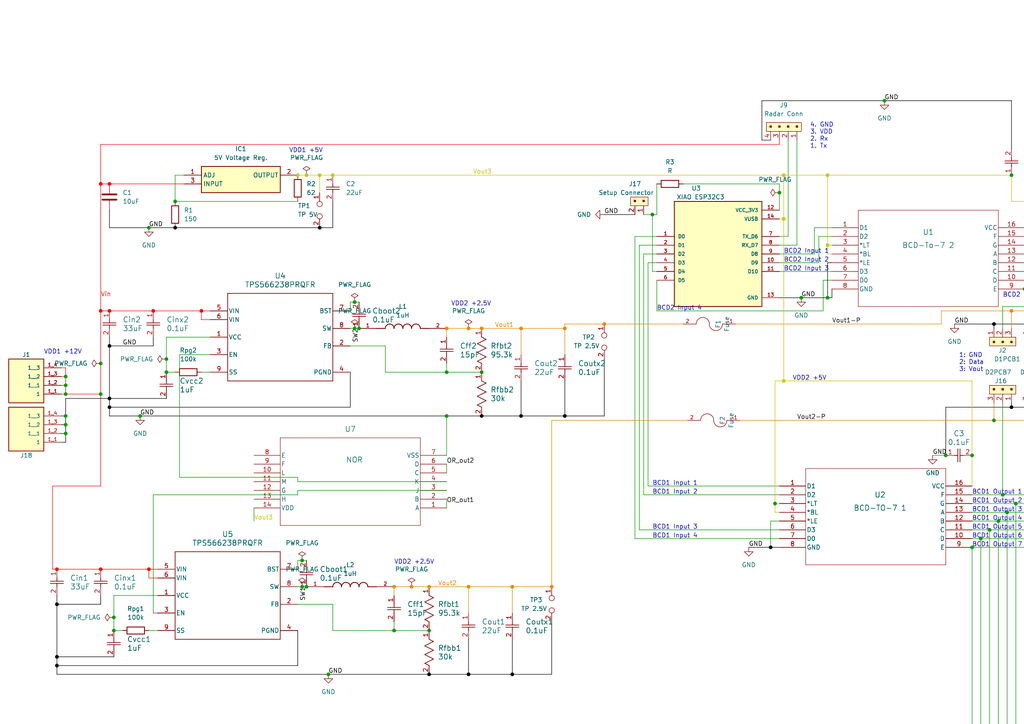
<source format=kicad_sch>
(kicad_sch (version 20230121) (generator eeschema)
  (paper "A4")
  (title_block (title "SDP25 Team18 Main PCB") (date "2025-02-28") (rev "2.1") (company "UMass Amherst") (comment 1 "Designed by Nathan Robinson") (comment 2 "Sam Chicoine") (comment 3 "Alex Johnson") (comment 4 "Kyle Greenwood"))
  (junction (at 240.03 86.36))
  (junction (at 114.3 170.18) (color 221 133 0 1))
  (junction (at 16.51 165.1) (color 255 0 0 1))
  (junction (at 19.05 125.73))
  (junction (at 19.05 123.19))
  (junction (at 96.52 50.8) (color 194 194 0 1))
  (junction (at 114.3 182.88))
  (junction (at 281.94 158.75))
  (junction (at 313.69 118.11) (color 0 0 0 1))
  (junction (at 214.63 -48.26))
  (junction (at 288.29 121.92))
  (junction (at 151.13 95.25) (color 221 133 0 1))
  (junction (at 292.1 148.59))
  (junction (at 293.37 118.11) (color 0 0 0 1))
  (junction (at 313.69 90.17) (color 221 133 0 1))
  (junction (at 139.7 107.95))
  (junction (at 16.51 175.26) (color 0 0 0 1))
  (junction (at 48.26 107.95))
  (junction (at 19.05 109.22))
  (junction (at 223.52 158.75) (color 0 0 0 1))
  (junction (at 227.33 63.5) (color 194 194 0 1))
  (junction (at 289.56 151.13))
  (junction (at 48.26 104.14))
  (junction (at 298.45 121.92) (color 221 133 0 1))
  (junction (at 344.17 90.17) (color 221 133 0 1))
  (junction (at 88.9 170.18))
  (junction (at 274.32 132.08))
  (junction (at 16.51 193.04) (color 0 0 0 1))
  (junction (at 294.64 146.05))
  (junction (at 304.8 71.12))
  (junction (at 43.18 66.04))
  (junction (at 31.75 53.34) (color 255 0 0 1))
  (junction (at 297.18 83.82))
  (junction (at 334.01 90.17) (color 221 133 0 1))
  (junction (at 29.21 114.3))
  (junction (at 300.99 78.74))
  (junction (at 129.54 95.25) (color 221 133 0 1))
  (junction (at 287.02 153.67))
  (junction (at 29.21 105.41))
  (junction (at 135.89 170.18) (color 221 133 0 1))
  (junction (at 124.46 182.88))
  (junction (at 328.93 121.92) (color 221 133 0 1))
  (junction (at 256.54 29.21))
  (junction (at 135.89 195.58) (color 0 0 0 1))
  (junction (at 299.72 81.28))
  (junction (at 240.03 71.12) (color 194 194 0 1))
  (junction (at 290.83 143.51))
  (junction (at 102.87 87.63))
  (junction (at 288.29 93.98) (color 0 0 0 1))
  (junction (at 318.77 93.98) (color 0 0 0 1))
  (junction (at 102.87 95.25))
  (junction (at 31.75 118.11) (color 0 0 0 1))
  (junction (at 318.77 121.92) (color 221 133 0 1))
  (junction (at 328.93 93.98) (color 0 0 0 1))
  (junction (at 151.13 120.65) (color 0 0 0 1))
  (junction (at 124.46 195.58) (color 0 0 0 1))
  (junction (at 88.9 50.8) (color 194 194 0 1))
  (junction (at 19.05 114.3))
  (junction (at 29.21 90.17) (color 255 0 0 1))
  (junction (at 58.42 90.17) (color 255 0 0 1))
  (junction (at 160.02 170.18) (color 221 133 0 1))
  (junction (at 148.59 195.58) (color 0 0 0 1))
  (junction (at 124.46 170.18) (color 221 133 0 1))
  (junction (at 44.45 90.17) (color 255 0 0 1))
  (junction (at 339.09 93.98) (color 0 0 0 1))
  (junction (at 302.26 76.2))
  (junction (at 308.61 93.98) (color 0 0 0 1))
  (junction (at 323.85 90.17) (color 221 133 0 1))
  (junction (at 119.38 170.18) (color 221 133 0 1))
  (junction (at 339.09 121.92) (color 221 133 0 1))
  (junction (at 303.53 73.66))
  (junction (at 298.45 93.98) (color 0 0 0 1))
  (junction (at 40.64 120.65))
  (junction (at 50.8 66.04) (color 0 0 0 1))
  (junction (at 33.02 179.07))
  (junction (at 224.79 146.05))
  (junction (at 92.71 50.8) (color 194 194 0 1))
  (junction (at 303.53 90.17) (color 221 133 0 1))
  (junction (at 86.36 50.8) (color 194 194 0 1))
  (junction (at 92.71 66.04) (color 0 0 0 1))
  (junction (at 189.23 62.23))
  (junction (at 95.25 195.58))
  (junction (at 227.33 50.8) (color 194 194 0 1))
  (junction (at 87.63 170.18))
  (junction (at 135.89 95.25) (color 221 133 0 1))
  (junction (at 303.53 118.11) (color 0 0 0 1))
  (junction (at 29.21 53.34) (color 255 0 0 1))
  (junction (at 43.18 165.1) (color 255 0 0 1))
  (junction (at 148.59 170.18) (color 221 133 0 1))
  (junction (at 16.51 190.5) (color 0 0 0 1))
  (junction (at 29.21 165.1) (color 255 0 0 1))
  (junction (at 284.48 156.21))
  (junction (at 163.83 95.25) (color 221 133 0 1))
  (junction (at 129.54 120.65))
  (junction (at 293.37 50.8))
  (junction (at 19.05 111.76))
  (junction (at 139.7 95.25) (color 221 133 0 1))
  (junction (at 226.06 55.88))
  (junction (at 163.83 120.65) (color 0 0 0 1))
  (junction (at 227.33 110.49) (color 194 194 0 1))
  (junction (at 50.8 58.42))
  (junction (at 334.01 118.11) (color 0 0 0 1))
  (junction (at 87.63 162.56))
  (junction (at 31.75 115.57) (color 0 0 0 1))
  (junction (at 240.03 50.8) (color 194 194 0 1))
  (junction (at 33.02 182.88))
  (junction (at 344.17 118.11) (color 0 0 0 1))
  (junction (at 31.75 90.17) (color 255 0 0 1))
  (junction (at 31.75 100.33) (color 0 0 0 1))
  (junction (at 129.54 107.95))
  (junction (at 323.85 118.11) (color 0 0 0 1))
  (junction (at 139.7 120.65) (color 0 0 0 1))
  (junction (at 19.05 120.65))
  (junction (at 104.14 95.25))
  (junction (at 175.26 93.98) (color 221 133 0 1))
  (junction (at 281.94 132.08))
  (junction (at 293.37 90.17) (color 221 133 0 1))
  (junction (at 306.07 68.58))
  (junction (at 232.41 86.36))
  (junction (at 308.61 121.92) (color 221 133 0 1))
  (wire (pts (xy 293.37 116.84) (xy 293.37 118.11)) (stroke (width 0) (color 0 0 0 1)))
  (wire (pts (xy 226.06 53.34) (xy 226.06 55.88)))
  (wire (pts (xy 297.18 78.74) (xy 300.99 78.74)))
  (wire (pts (xy 297.18 66.04) (xy 297.18 58.42)) (stroke (width 0) (color 194 194 0 1)))
  (wire (pts (xy 31.75 120.65) (xy 40.64 120.65)) (stroke (width 0) (color 0 0 0 1)))
  (wire (pts (xy 190.5 62.23) (xy 189.23 62.23)))
  (wire (pts (xy 311.15 78.74) (xy 311.15 95.25)))
  (wire (pts (xy 226.06 73.66) (xy 236.22 73.66)))
  (wire (pts (xy 300.99 116.84) (xy 300.99 146.05)))
  (wire (pts (xy 29.21 90.17) (xy 31.75 90.17)) (stroke (width 0) (color 255 0 0 1)))
  (wire (pts (xy 87.63 162.56) (xy 88.9 162.56)))
  (wire (pts (xy 129.54 256.54) (xy 142.24 256.54)))
  (wire (pts (xy 114.3 170.18) (xy 119.38 170.18)) (stroke (width 0) (color 221 133 0 1)))
  (wire (pts (xy 293.37 90.17) (xy 293.37 95.25)) (stroke (width 0) (color 221 133 0 1)))
  (wire (pts (xy 284.48 -17.78) (xy 284.48 -33.02)))
  (wire (pts (xy 308.61 116.84) (xy 308.61 121.92)) (stroke (width 0) (color 221 133 0 1)))
  (wire (pts (xy 154.94 -25.4) (xy 158.75 -25.4)))
  (wire (pts (xy 158.75 -12.7) (xy 158.75 -20.32)))
  (wire (pts (xy 16.51 175.26) (xy 16.51 190.5)) (stroke (width 0) (color 0 0 0 1)))
  (wire (pts (xy 302.26 -25.4) (xy 280.67 -25.4)))
  (wire (pts (xy 151.13 102.87) (xy 151.13 95.25)) (stroke (width 0) (color 221 133 0 1)))
  (wire (pts (xy 50.8 50.8) (xy 50.8 58.42)))
  (wire (pts (xy 331.47 153.67) (xy 287.02 153.67)))
  (wire (pts (xy 224.79 148.59) (xy 226.06 148.59)) (stroke (width 0) (color 194 194 0 1)))
  (wire (pts (xy 16.51 165.1) (xy 29.21 165.1)) (stroke (width 0) (color 255 0 0 1)))
  (wire (pts (xy 323.85 116.84) (xy 323.85 118.11)) (stroke (width 0) (color 0 0 0 1)))
  (wire (pts (xy 354.33 116.84) (xy 354.33 118.11)) (stroke (width 0) (color 0 0 0 1)))
  (wire (pts (xy 58.42 107.95) (xy 60.96 107.95)))
  (wire (pts (xy 19.05 115.57) (xy 19.05 120.65)) (stroke (width 0) (color 0 0 0 1)))
  (wire (pts (xy 349.25 121.92) (xy 339.09 121.92)) (stroke (width 0) (color 221 133 0 1)))
  (wire (pts (xy 226.06 78.74) (xy 241.3 78.74)))
  (wire (pts (xy 280.67 -21.59) (xy 214.63 -21.59)))
  (wire (pts (xy 31.75 90.17) (xy 44.45 90.17)) (stroke (width 0) (color 255 0 0 1)))
  (wire (pts (xy 214.63 121.92) (xy 288.29 121.92)) (stroke (width 0) (color 221 133 0 1)))
  (wire (pts (xy 127 213.36) (xy 281.94 213.36)))
  (wire (pts (xy 43.18 165.1) (xy 45.72 165.1)) (stroke (width 0) (color 255 0 0 1)))
  (wire (pts (xy 306.07 -5.08) (xy 306.07 68.58)))
  (wire (pts (xy 223.52 158.75) (xy 226.06 158.75)) (stroke (width 0) (color 0 0 0 1)))
  (wire (pts (xy 19.05 114.3) (xy 17.78 114.3)) (stroke (width 0) (color 255 0 0 1)))
  (wire (pts (xy 240.03 50.8) (xy 240.03 71.12)) (stroke (width 0) (color 194 194 0 1)))
  (wire (pts (xy 190.5 73.66) (xy 186.69 73.66)))
  (wire (pts (xy 293.37 90.17) (xy 273.05 90.17)) (stroke (width 0) (color 221 133 0 1)))
  (wire (pts (xy 44.45 97.79) (xy 44.45 100.33)) (stroke (width 0) (color 0 0 0 1)))
  (wire (pts (xy 101.6 100.33) (xy 111.76 100.33)))
  (wire (pts (xy 175.26 104.14) (xy 175.26 120.65)) (stroke (width 0) (color 0 0 0 1)))
  (wire (pts (xy 86.36 138.43) (xy 52.07 138.43)))
  (wire (pts (xy 53.34 50.8) (xy 50.8 50.8)))
  (wire (pts (xy 297.18 81.28) (xy 299.72 81.28)))
  (wire (pts (xy 148.59 195.58) (xy 160.02 195.58)) (stroke (width 0) (color 0 0 0 1)))
  (wire (pts (xy 92.71 50.8) (xy 92.71 55.88)) (stroke (width 0) (color 194 194 0 1)))
  (wire (pts (xy 331.47 73.66) (xy 331.47 95.25)))
  (wire (pts (xy 339.09 93.98) (xy 349.25 93.98)) (stroke (width 0) (color 0 0 0 1)))
  (wire (pts (xy 311.15 148.59) (xy 292.1 148.59)))
  (wire (pts (xy 19.05 123.19) (xy 17.78 123.19)) (stroke (width 0) (color 0 0 0 1)))
  (wire (pts (xy 29.21 105.41) (xy 29.21 114.3)) (stroke (width 0) (color 255 0 0 1)))
  (wire (pts (xy 19.05 106.68) (xy 17.78 106.68)) (stroke (width 0) (color 255 0 0 1)))
  (wire (pts (xy 297.18 143.51) (xy 290.83 143.51)))
  (wire (pts (xy 227.33 50.8) (xy 240.03 50.8)) (stroke (width 0) (color 194 194 0 1)))
  (wire (pts (xy 86.36 165.1) (xy 86.36 162.56)))
  (wire (pts (xy 237.49 68.58) (xy 241.3 68.58)))
  (wire (pts (xy 334.01 118.11) (xy 323.85 118.11)) (stroke (width 0) (color 0 0 0 1)))
  (wire (pts (xy 349.25 95.25) (xy 349.25 93.98)) (stroke (width 0) (color 0 0 0 1)))
  (wire (pts (xy 344.17 95.25) (xy 344.17 90.17)) (stroke (width 0) (color 221 133 0 1)))
  (wire (pts (xy 33.02 182.88) (xy 35.56 182.88)))
  (wire (pts (xy 184.15 62.23) (xy 175.26 62.23)) (stroke (width 0) (color 0 0 0 1)))
  (wire (pts (xy 29.21 172.72) (xy 29.21 175.26)) (stroke (width 0) (color 0 0 0 1)))
  (wire (pts (xy 227.33 110.49) (xy 281.94 110.49)) (stroke (width 0) (color 194 194 0 1)))
  (wire (pts (xy 129.54 144.78) (xy 129.54 147.32)))
  (wire (pts (xy 304.8 71.12) (xy 341.63 71.12)))
  (wire (pts (xy 298.45 93.98) (xy 298.45 95.25)) (stroke (width 0) (color 0 0 0 1)))
  (wire (pts (xy 198.12 93.98) (xy 175.26 93.98)) (stroke (width 0) (color 221 133 0 1)))
  (wire (pts (xy 198.12 264.16) (xy 199.39 264.16)))
  (wire (pts (xy 238.76 81.28) (xy 238.76 90.17)))
  (wire (pts (xy 354.33 90.17) (xy 344.17 90.17)) (stroke (width 0) (color 221 133 0 1)))
  (wire (pts (xy 86.36 170.18) (xy 87.63 170.18)))
  (wire (pts (xy 189.23 78.74) (xy 189.23 62.23)))
  (wire (pts (xy 101.6 90.17) (xy 101.6 87.63)))
  (wire (pts (xy 19.05 125.73) (xy 19.05 128.27)) (stroke (width 0) (color 0 0 0 1)))
  (wire (pts (xy 129.54 97.79) (xy 129.54 95.25)) (stroke (width 0) (color 221 133 0 1)))
  (wire (pts (xy 223.52 40.64) (xy 220.98 40.64)) (stroke (width 0) (color 0 0 0 1)))
  (wire (pts (xy 224.79 -39.37) (xy 224.79 -27.94)))
  (wire (pts (xy 215.9 -27.94) (xy 215.9 -6.35)))
  (wire (pts (xy 86.36 162.56) (xy 87.63 162.56)))
  (wire (pts (xy 354.33 118.11) (xy 344.17 118.11)) (stroke (width 0) (color 0 0 0 1)))
  (wire (pts (xy 300.99 146.05) (xy 294.64 146.05)))
  (wire (pts (xy 351.79 158.75) (xy 351.79 116.84)))
  (wire (pts (xy 297.18 83.82) (xy 297.18 88.9)))
  (wire (pts (xy 280.67 -48.26) (xy 214.63 -48.26)))
  (wire (pts (xy 224.79 -22.86) (xy 222.25 -22.86)))
  (wire (pts (xy 114.3 182.88) (xy 96.52 182.88)))
  (wire (pts (xy 190.5 71.12) (xy 185.42 71.12)))
  (wire (pts (xy 86.36 50.8) (xy 88.9 50.8)) (stroke (width 0) (color 194 194 0 1)))
  (wire (pts (xy 58.42 90.17) (xy 60.96 90.17)) (stroke (width 0) (color 255 0 0 1)))
  (wire (pts (xy 127 213.36) (xy 127 266.7)))
  (wire (pts (xy 284.48 156.21) (xy 341.63 156.21)))
  (wire (pts (xy 288.29 121.92) (xy 288.29 116.84)) (stroke (width 0) (color 221 133 0 1)))
  (wire (pts (xy 101.6 95.25) (xy 102.87 95.25)))
  (wire (pts (xy 241.3 76.2) (xy 240.03 76.2)) (stroke (width 0) (color 0 0 0 1)))
  (wire (pts (xy 281.94 151.13) (xy 289.56 151.13)))
  (wire (pts (xy 240.03 86.36) (xy 241.3 86.36)) (stroke (width 0) (color 0 0 0 1)))
  (wire (pts (xy 339.09 116.84) (xy 339.09 121.92)) (stroke (width 0) (color 221 133 0 1)))
  (wire (pts (xy 227.33 63.5) (xy 227.33 110.49)) (stroke (width 0) (color 194 194 0 1)))
  (wire (pts (xy 224.79 110.49) (xy 227.33 110.49)) (stroke (width 0) (color 194 194 0 1)))
  (wire (pts (xy 187.96 76.2) (xy 187.96 140.97)))
  (wire (pts (xy 160.02 121.92) (xy 199.39 121.92)) (stroke (width 0) (color 221 133 0 1)))
  (wire (pts (xy 293.37 118.11) (xy 274.32 118.11)) (stroke (width 0) (color 0 0 0 1)))
  (wire (pts (xy 154.94 -30.48) (xy 154.94 -25.4)))
  (wire (pts (xy 318.77 121.92) (xy 308.61 121.92)) (stroke (width 0) (color 221 133 0 1)))
  (wire (pts (xy 129.54 120.65) (xy 139.7 120.65)) (stroke (width 0) (color 0 0 0 1)))
  (wire (pts (xy 240.03 76.2) (xy 240.03 86.36)) (stroke (width 0) (color 0 0 0 1)))
  (wire (pts (xy 281.94 143.51) (xy 290.83 143.51)))
  (wire (pts (xy 132.08 254) (xy 142.24 254)))
  (wire (pts (xy 60.96 97.79) (xy 48.26 97.79)))
  (wire (pts (xy 241.3 71.12) (xy 240.03 71.12)) (stroke (width 0) (color 194 194 0 1)))
  (wire (pts (xy 29.21 41.91) (xy 29.21 53.34)) (stroke (width 0) (color 255 0 0 1)))
  (wire (pts (xy 341.63 71.12) (xy 341.63 95.25)))
  (wire (pts (xy 298.45 116.84) (xy 298.45 121.92)) (stroke (width 0) (color 221 133 0 1)))
  (wire (pts (xy 31.75 53.34) (xy 29.21 53.34)) (stroke (width 0) (color 255 0 0 1)))
  (wire (pts (xy 139.7 95.25) (xy 151.13 95.25)) (stroke (width 0) (color 221 133 0 1)))
  (wire (pts (xy 240.03 50.8) (xy 293.37 50.8)) (stroke (width 0) (color 194 194 0 1)))
  (wire (pts (xy 185.42 153.67) (xy 226.06 153.67)))
  (wire (pts (xy 303.53 -39.37) (xy 224.79 -39.37)))
  (wire (pts (xy 344.17 90.17) (xy 334.01 90.17)) (stroke (width 0) (color 221 133 0 1)))
  (wire (pts (xy 31.75 115.57) (xy 19.05 115.57)) (stroke (width 0) (color 0 0 0 1)))
  (wire (pts (xy 313.69 116.84) (xy 313.69 118.11)) (stroke (width 0) (color 0 0 0 1)))
  (wire (pts (xy 298.45 -12.7) (xy 298.45 83.82)))
  (wire (pts (xy 17.78 111.76) (xy 19.05 111.76)) (stroke (width 0) (color 255 0 0 1)))
  (wire (pts (xy 323.85 90.17) (xy 313.69 90.17)) (stroke (width 0) (color 221 133 0 1)))
  (wire (pts (xy 111.76 100.33) (xy 111.76 107.95)))
  (wire (pts (xy 313.69 118.11) (xy 303.53 118.11)) (stroke (width 0) (color 0 0 0 1)))
  (wire (pts (xy 223.52 -40.64) (xy 223.52 -25.4)))
  (wire (pts (xy 318.77 116.84) (xy 318.77 121.92)) (stroke (width 0) (color 221 133 0 1)))
  (wire (pts (xy 148.59 177.8) (xy 148.59 170.18)) (stroke (width 0) (color 221 133 0 1)))
  (wire (pts (xy 135.89 177.8) (xy 135.89 170.18)) (stroke (width 0) (color 221 133 0 1)))
  (wire (pts (xy 281.94 148.59) (xy 292.1 148.59)))
  (wire (pts (xy 86.36 193.04) (xy 16.51 193.04)) (stroke (width 0) (color 0 0 0 1)))
  (wire (pts (xy 304.8 -40.64) (xy 223.52 -40.64)))
  (wire (pts (xy 148.59 170.18) (xy 160.02 170.18)) (stroke (width 0) (color 221 133 0 1)))
  (wire (pts (xy 198.12 261.62) (xy 201.93 261.62)))
  (wire (pts (xy 351.79 68.58) (xy 351.79 95.25)))
  (wire (pts (xy 224.79 146.05) (xy 224.79 110.49)) (stroke (width 0) (color 194 194 0 1)))
  (wire (pts (xy 302.26 -25.4) (xy 302.26 76.2)))
  (wire (pts (xy 318.77 93.98) (xy 328.93 93.98)) (stroke (width 0) (color 0 0 0 1)))
  (wire (pts (xy 102.87 87.63) (xy 104.14 87.63)))
  (wire (pts (xy 129.54 107.95) (xy 139.7 107.95)))
  (wire (pts (xy 186.69 143.51) (xy 226.06 143.51)))
  (wire (pts (xy 50.8 66.04) (xy 92.71 66.04)) (stroke (width 0) (color 0 0 0 1)))
  (wire (pts (xy 220.98 -15.24) (xy 224.79 -15.24)))
  (wire (pts (xy 16.51 190.5) (xy 33.02 190.5)) (stroke (width 0) (color 0 0 0 1)))
  (wire (pts (xy 219.71 -25.4) (xy 219.71 -30.48)))
  (wire (pts (xy 297.18 73.66) (xy 303.53 73.66)))
  (wire (pts (xy 231.14 71.12) (xy 226.06 71.12)))
  (wire (pts (xy 17.78 109.22) (xy 19.05 109.22)) (stroke (width 0) (color 255 0 0 1)))
  (wire (pts (xy 163.83 110.49) (xy 163.83 120.65)) (stroke (width 0) (color 0 0 0 1)))
  (wire (pts (xy 280.67 -20.32) (xy 280.67 -21.59)))
  (wire (pts (xy 86.36 143.51) (xy 44.45 143.51)))
  (wire (pts (xy 290.83 88.9) (xy 290.83 95.25)))
  (wire (pts (xy 44.45 90.17) (xy 58.42 90.17)) (stroke (width 0) (color 255 0 0 1)))
  (wire (pts (xy 114.3 182.88) (xy 124.46 182.88)))
  (wire (pts (xy 73.66 147.32) (xy 73.66 151.13)))
  (wire (pts (xy 297.18 143.51) (xy 297.18 269.24)))
  (wire (pts (xy 139.7 120.65) (xy 151.13 120.65)) (stroke (width 0) (color 0 0 0 1)))
  (wire (pts (xy 29.21 114.3) (xy 19.05 114.3)) (stroke (width 0) (color 255 0 0 1)))
  (wire (pts (xy 163.83 102.87) (xy 163.83 95.25)) (stroke (width 0) (color 221 133 0 1)))
  (wire (pts (xy 50.8 58.42) (xy 86.36 58.42)))
  (wire (pts (xy 124.46 195.58) (xy 135.89 195.58)) (stroke (width 0) (color 0 0 0 1)))
  (wire (pts (xy 331.47 116.84) (xy 331.47 153.67)))
  (wire (pts (xy 240.03 71.12) (xy 240.03 73.66)) (stroke (width 0) (color 194 194 0 1)))
  (wire (pts (xy 144.78 -27.94) (xy 158.75 -27.94)))
  (wire (pts (xy 92.71 66.04) (xy 96.52 66.04)) (stroke (width 0) (color 0 0 0 1)))
  (wire (pts (xy 334.01 90.17) (xy 323.85 90.17)) (stroke (width 0) (color 221 133 0 1)))
  (wire (pts (xy 33.02 179.07) (xy 33.02 182.88)))
  (wire (pts (xy 300.99 78.74) (xy 311.15 78.74)))
  (wire (pts (xy 288.29 93.98) (xy 298.45 93.98)) (stroke (width 0) (color 0 0 0 1)))
  (wire (pts (xy 139.7 259.08) (xy 139.7 264.16)))
  (wire (pts (xy 101.6 87.63) (xy 102.87 87.63)))
  (wire (pts (xy 52.07 102.87) (xy 60.96 102.87)))
  (wire (pts (xy 280.67 -27.94) (xy 280.67 -48.26)))
  (wire (pts (xy 19.05 120.65) (xy 19.05 123.19)) (stroke (width 0) (color 0 0 0 1)))
  (wire (pts (xy 135.89 95.25) (xy 139.7 95.25)) (stroke (width 0) (color 221 133 0 1)))
  (wire (pts (xy 238.76 90.17) (xy 190.5 90.17)))
  (wire (pts (xy 151.13 110.49) (xy 151.13 120.65)) (stroke (width 0) (color 0 0 0 1)))
  (wire (pts (xy 19.05 120.65) (xy 17.78 120.65)) (stroke (width 0) (color 0 0 0 1)))
  (wire (pts (xy 299.72 81.28) (xy 300.99 81.28)))
  (wire (pts (xy 190.5 78.74) (xy 189.23 78.74)))
  (wire (pts (xy 129.54 139.7) (xy 86.36 139.7)))
  (wire (pts (xy 303.53 95.25) (xy 303.53 90.17)) (stroke (width 0) (color 221 133 0 1)))
  (wire (pts (xy 96.52 58.42) (xy 96.52 66.04)) (stroke (width 0) (color 0 0 0 1)))
  (wire (pts (xy 151.13 120.65) (xy 163.83 120.65)) (stroke (width 0) (color 0 0 0 1)))
  (wire (pts (xy 187.96 140.97) (xy 226.06 140.97)))
  (wire (pts (xy 190.5 90.17) (xy 190.5 81.28)))
  (wire (pts (xy 129.54 107.95) (xy 111.76 107.95)))
  (wire (pts (xy 300.99 -22.86) (xy 300.99 78.74)))
  (wire (pts (xy 19.05 109.22) (xy 19.05 111.76)) (stroke (width 0) (color 255 0 0 1)))
  (wire (pts (xy 31.75 115.57) (xy 31.75 118.11)) (stroke (width 0) (color 0 0 0 1)))
  (wire (pts (xy 281.94 158.75) (xy 351.79 158.75)))
  (wire (pts (xy 219.71 -30.48) (xy 214.63 -30.48)))
  (wire (pts (xy 29.21 90.17) (xy 29.21 105.41)) (stroke (width 0) (color 255 0 0 1)))
  (wire (pts (xy 114.3 172.72) (xy 114.3 170.18)) (stroke (width 0) (color 221 133 0 1)))
  (wire (pts (xy 92.71 50.8) (xy 96.52 50.8)) (stroke (width 0) (color 194 194 0 1)))
  (wire (pts (xy 226.06 86.36) (xy 232.41 86.36)) (stroke (width 0) (color 0 0 0 1)))
  (wire (pts (xy 298.45 121.92) (xy 288.29 121.92)) (stroke (width 0) (color 221 133 0 1)))
  (wire (pts (xy 129.54 215.9) (xy 129.54 256.54)))
  (wire (pts (xy 163.83 120.65) (xy 175.26 120.65)) (stroke (width 0) (color 0 0 0 1)))
  (wire (pts (xy 160.02 180.34) (xy 160.02 195.58)) (stroke (width 0) (color 0 0 0 1)))
  (wire (pts (xy 189.23 62.23) (xy 186.69 62.23)))
  (wire (pts (xy 293.37 50.8) (xy 293.37 58.42)) (stroke (width 0) (color 194 194 0 1)))
  (wire (pts (xy 308.61 121.92) (xy 298.45 121.92)) (stroke (width 0) (color 221 133 0 1)))
  (wire (pts (xy 349.25 116.84) (xy 349.25 121.92)) (stroke (width 0) (color 221 133 0 1)))
  (wire (pts (xy 44.45 143.51) (xy 44.45 177.8)))
  (wire (pts (xy 86.36 142.24) (xy 86.36 143.51)))
  (wire (pts (xy 231.14 40.64) (xy 231.14 71.12)))
  (wire (pts (xy 240.03 73.66) (xy 241.3 73.66)) (stroke (width 0) (color 194 194 0 1)))
  (wire (pts (xy 281.94 158.75) (xy 281.94 213.36)))
  (wire (pts (xy 339.09 121.92) (xy 328.93 121.92)) (stroke (width 0) (color 221 133 0 1)))
  (wire (pts (xy 148.59 185.42) (xy 148.59 195.58)) (stroke (width 0) (color 0 0 0 1)))
  (wire (pts (xy 288.29 93.98) (xy 288.29 95.25)) (stroke (width 0) (color 0 0 0 1)))
  (wire (pts (xy 308.61 93.98) (xy 308.61 95.25)) (stroke (width 0) (color 0 0 0 1)))
  (wire (pts (xy 214.63 -21.59) (xy 214.63 -22.86)))
  (wire (pts (xy 289.56 256.54) (xy 198.12 256.54)))
  (wire (pts (xy 15.24 140.97) (xy 15.24 165.1)) (stroke (width 0) (color 255 0 0 1)))
  (wire (pts (xy 48.26 104.14) (xy 48.26 107.95)))
  (wire (pts (xy 300.99 81.28) (xy 300.99 95.25)))
  (wire (pts (xy 228.6 68.58) (xy 226.06 68.58)))
  (wire (pts (xy 129.54 95.25) (xy 135.89 95.25)) (stroke (width 0) (color 221 133 0 1)))
  (wire (pts (xy 280.67 -17.78) (xy 284.48 -17.78)))
  (wire (pts (xy 323.85 118.11) (xy 313.69 118.11)) (stroke (width 0) (color 0 0 0 1)))
  (wire (pts (xy 139.7 264.16) (xy 142.24 264.16)))
  (wire (pts (xy 222.25 -22.86) (xy 222.25 -17.78)))
  (wire (pts (xy 223.52 151.13) (xy 223.52 158.75)))
  (wire (pts (xy 237.49 76.2) (xy 237.49 68.58)))
  (wire (pts (xy 114.3 180.34) (xy 114.3 182.88)))
  (wire (pts (xy 19.05 125.73) (xy 17.78 125.73)) (stroke (width 0) (color 0 0 0 1)))
  (wire (pts (xy 328.93 93.98) (xy 328.93 95.25)) (stroke (width 0) (color 0 0 0 1)))
  (wire (pts (xy 45.72 172.72) (xy 33.02 172.72)))
  (wire (pts (xy 287.02 153.67) (xy 281.94 153.67)))
  (wire (pts (xy 294.64 146.05) (xy 281.94 146.05)))
  (wire (pts (xy 58.42 92.71) (xy 58.42 90.17)) (stroke (width 0) (color 255 0 0 1)))
  (wire (pts (xy 236.22 66.04) (xy 236.22 73.66)))
  (wire (pts (xy 158.75 -30.48) (xy 154.94 -30.48)))
  (wire (pts (xy 303.53 118.11) (xy 303.53 116.84)) (stroke (width 0) (color 0 0 0 1)))
  (wire (pts (xy 293.37 58.42) (xy 297.18 58.42)) (stroke (width 0) (color 194 194 0 1)))
  (wire (pts (xy 43.18 66.04) (xy 50.8 66.04)) (stroke (width 0) (color 0 0 0 1)))
  (wire (pts (xy 220.98 40.64) (xy 220.98 29.21)) (stroke (width 0) (color 0 0 0 1)))
  (wire (pts (xy 16.51 190.5) (xy 16.51 193.04)) (stroke (width 0) (color 0 0 0 1)))
  (wire (pts (xy 190.5 76.2) (xy 187.96 76.2)))
  (wire (pts (xy 297.18 76.2) (xy 302.26 76.2)))
  (wire (pts (xy 88.9 50.8) (xy 92.71 50.8)) (stroke (width 0) (color 194 194 0 1)))
  (wire (pts (xy 175.26 93.98) (xy 163.83 93.98)) (stroke (width 0) (color 221 133 0 1)))
  (wire (pts (xy 129.54 215.9) (xy 284.48 215.9)))
  (wire (pts (xy 226.06 146.05) (xy 224.79 146.05)) (stroke (width 0) (color 194 194 0 1)))
  (wire (pts (xy 226.06 76.2) (xy 237.49 76.2)))
  (wire (pts (xy 31.75 97.79) (xy 31.75 100.33)) (stroke (width 0) (color 0 0 0 1)))
  (wire (pts (xy 214.63 -48.26) (xy 214.63 -35.56)))
  (wire (pts (xy 40.64 120.65) (xy 129.54 120.65)) (stroke (width 0) (color 0 0 0 1)))
  (wire (pts (xy 214.63 -20.32) (xy 224.79 -20.32)))
  (wire (pts (xy 163.83 93.98) (xy 163.83 95.25)) (stroke (width 0) (color 221 133 0 1)))
  (wire (pts (xy 31.75 60.96) (xy 31.75 66.04)) (stroke (width 0) (color 0 0 0 1)))
  (wire (pts (xy 129.54 134.62) (xy 129.54 137.16)))
  (wire (pts (xy 297.18 71.12) (xy 304.8 71.12)))
  (wire (pts (xy 119.38 170.18) (xy 124.46 170.18)) (stroke (width 0) (color 221 133 0 1)))
  (wire (pts (xy 132.08 218.44) (xy 287.02 218.44)))
  (wire (pts (xy 19.05 111.76) (xy 19.05 114.3)) (stroke (width 0) (color 255 0 0 1)))
  (wire (pts (xy 228.6 40.64) (xy 228.6 68.58)))
  (wire (pts (xy 220.98 29.21) (xy 256.54 29.21)) (stroke (width 0) (color 0 0 0 1)))
  (wire (pts (xy 88.9 245.11) (xy 198.12 245.11)))
  (wire (pts (xy 142.24 259.08) (xy 139.7 259.08)))
  (wire (pts (xy 289.56 151.13) (xy 321.31 151.13)))
  (wire (pts (xy 334.01 116.84) (xy 334.01 118.11)) (stroke (width 0) (color 0 0 0 1)))
  (wire (pts (xy 290.83 116.84) (xy 290.83 143.51)))
  (wire (pts (xy 44.45 177.8) (xy 45.72 177.8)) (stroke (width 0) (color 132 0 132 1)))
  (wire (pts (xy 222.25 -17.78) (xy 224.79 -17.78)))
  (wire (pts (xy 198.12 53.34) (xy 226.06 53.34)))
  (wire (pts (xy 311.15 116.84) (xy 311.15 148.59)))
  (wire (pts (xy 102.87 95.25) (xy 104.14 95.25)))
  (wire (pts (xy 135.89 269.24) (xy 142.24 269.24)))
  (wire (pts (xy 339.09 93.98) (xy 339.09 95.25)) (stroke (width 0) (color 0 0 0 1)))
  (wire (pts (xy 284.48 156.21) (xy 284.48 215.9)))
  (wire (pts (xy 135.89 185.42) (xy 135.89 195.58)) (stroke (width 0) (color 0 0 0 1)))
  (wire (pts (xy 48.26 107.95) (xy 50.8 107.95)))
  (wire (pts (xy 214.63 -25.4) (xy 219.71 -25.4)))
  (wire (pts (xy 298.45 93.98) (xy 308.61 93.98)) (stroke (width 0) (color 0 0 0 1)))
  (wire (pts (xy 16.51 195.58) (xy 95.25 195.58)) (stroke (width 0) (color 0 0 0 1)))
  (wire (pts (xy 29.21 53.34) (xy 29.21 90.17)) (stroke (width 0) (color 255 0 0 1)))
  (wire (pts (xy 328.93 121.92) (xy 318.77 121.92)) (stroke (width 0) (color 221 133 0 1)))
  (wire (pts (xy 321.31 151.13) (xy 321.31 116.84)))
  (wire (pts (xy 15.24 165.1) (xy 16.51 165.1)) (stroke (width 0) (color 255 0 0 1)))
  (wire (pts (xy 31.75 100.33) (xy 31.75 115.57)) (stroke (width 0) (color 0 0 0 1)))
  (wire (pts (xy 29.21 165.1) (xy 43.18 165.1)) (stroke (width 0) (color 255 0 0 1)))
  (wire (pts (xy 129.54 142.24) (xy 86.36 142.24)))
  (wire (pts (xy 299.72 -15.24) (xy 280.67 -15.24)))
  (wire (pts (xy 160.02 121.92) (xy 160.02 170.18)) (stroke (width 0) (color 221 133 0 1)))
  (wire (pts (xy 52.07 102.87) (xy 52.07 138.43)))
  (wire (pts (xy 224.79 -12.7) (xy 158.75 -12.7)))
  (wire (pts (xy 284.48 -33.02) (xy 214.63 -33.02)))
  (wire (pts (xy 101.6 107.95) (xy 101.6 118.11)) (stroke (width 0) (color 0 0 0 1)))
  (wire (pts (xy 29.21 114.3) (xy 29.21 140.97)) (stroke (width 0) (color 255 0 0 1)))
  (wire (pts (xy 95.25 195.58) (xy 124.46 195.58)) (stroke (width 0) (color 0 0 0 1)))
  (wire (pts (xy 214.63 -27.94) (xy 215.9 -27.94)))
  (wire (pts (xy 281.94 156.21) (xy 284.48 156.21)))
  (wire (pts (xy 60.96 92.71) (xy 58.42 92.71)) (stroke (width 0) (color 255 0 0 1)))
  (wire (pts (xy 297.18 83.82) (xy 298.45 83.82)))
  (wire (pts (xy 241.3 83.82) (xy 241.3 86.36)) (stroke (width 0) (color 0 0 0 1)))
  (wire (pts (xy 287.02 218.44) (xy 287.02 153.67)))
  (wire (pts (xy 289.56 151.13) (xy 289.56 256.54)))
  (wire (pts (xy 31.75 53.34) (xy 53.34 53.34)) (stroke (width 0) (color 255 0 0 1)))
  (wire (pts (xy 129.54 120.65) (xy 129.54 132.08)))
  (wire (pts (xy 302.26 76.2) (xy 321.31 76.2)))
  (wire (pts (xy 190.5 68.58) (xy 184.15 68.58)))
  (wire (pts (xy 86.36 139.7) (xy 86.36 138.43)))
  (wire (pts (xy 129.54 105.41) (xy 129.54 107.95)))
  (wire (pts (xy 313.69 95.25) (xy 313.69 90.17)) (stroke (width 0) (color 221 133 0 1)))
  (wire (pts (xy 226.06 40.64) (xy 226.06 41.91)) (stroke (width 0) (color 255 0 0 1)))
  (wire (pts (xy 198.12 254) (xy 198.12 245.11)))
  (wire (pts (xy 31.75 100.33) (xy 44.45 100.33)) (stroke (width 0) (color 0 0 0 1)))
  (wire (pts (xy 33.02 172.72) (xy 33.02 179.07)))
  (wire (pts (xy 341.63 156.21) (xy 341.63 116.84)))
  (wire (pts (xy 313.69 90.17) (xy 303.53 90.17)) (stroke (width 0) (color 221 133 0 1)))
  (wire (pts (xy 304.8 -40.64) (xy 304.8 71.12)))
  (wire (pts (xy 344.17 118.11) (xy 334.01 118.11)) (stroke (width 0) (color 0 0 0 1)))
  (wire (pts (xy 298.45 -12.7) (xy 280.67 -12.7)))
  (wire (pts (xy 135.89 170.18) (xy 148.59 170.18)) (stroke (width 0) (color 221 133 0 1)))
  (wire (pts (xy 303.53 90.17) (xy 293.37 90.17)) (stroke (width 0) (color 221 133 0 1)))
  (wire (pts (xy 281.94 110.49) (xy 281.94 132.08)) (stroke (width 0) (color 194 194 0 1)))
  (wire (pts (xy 16.51 172.72) (xy 16.51 175.26)) (stroke (width 0) (color 0 0 0 1)))
  (wire (pts (xy 86.36 182.88) (xy 86.36 193.04)) (stroke (width 0) (color 0 0 0 1)))
  (wire (pts (xy 270.51 132.08) (xy 274.32 132.08)))
  (wire (pts (xy 96.52 50.8) (xy 227.33 50.8)) (stroke (width 0) (color 194 194 0 1)))
  (wire (pts (xy 31.75 118.11) (xy 31.75 120.65)) (stroke (width 0) (color 0 0 0 1)))
  (wire (pts (xy 274.32 118.11) (xy 274.32 132.08)) (stroke (width 0) (color 0 0 0 1)))
  (wire (pts (xy 124.46 170.18) (xy 135.89 170.18)) (stroke (width 0) (color 221 133 0 1)))
  (wire (pts (xy 29.21 175.26) (xy 16.51 175.26)) (stroke (width 0) (color 0 0 0 1)))
  (wire (pts (xy 306.07 68.58) (xy 351.79 68.58)))
  (wire (pts (xy 303.53 -39.37) (xy 303.53 73.66)))
  (wire (pts (xy 306.07 -5.08) (xy 220.98 -5.08)))
  (wire (pts (xy 184.15 68.58) (xy 184.15 156.21)))
  (wire (pts (xy 334.01 95.25) (xy 334.01 90.17)) (stroke (width 0) (color 221 133 0 1)))
  (wire (pts (xy 185.42 71.12) (xy 185.42 153.67)))
  (wire (pts (xy 321.31 76.2) (xy 321.31 95.25)))
  (wire (pts (xy 297.18 88.9) (xy 290.83 88.9)))
  (wire (pts (xy 227.33 50.8) (xy 227.33 63.5)) (stroke (width 0) (color 194 194 0 1)))
  (wire (pts (xy 29.21 41.91) (xy 226.06 41.91)) (stroke (width 0) (color 255 0 0 1)))
  (wire (pts (xy 186.69 73.66) (xy 186.69 143.51)))
  (wire (pts (xy 19.05 123.19) (xy 19.05 125.73)) (stroke (width 0) (color 0 0 0 1)))
  (wire (pts (xy 43.18 167.64) (xy 43.18 165.1)) (stroke (width 0) (color 255 0 0 1)))
  (wire (pts (xy 19.05 106.68) (xy 19.05 109.22)) (stroke (width 0) (color 255 0 0 1)))
  (wire (pts (xy 293.37 43.18) (xy 293.37 29.21)) (stroke (width 0) (color 0 0 0 1)))
  (wire (pts (xy 294.64 266.7) (xy 198.12 266.7)))
  (wire (pts (xy 96.52 175.26) (xy 96.52 182.88)))
  (wire (pts (xy 288.29 93.98) (xy 276.86 93.98)) (stroke (width 0) (color 0 0 0 1)))
  (wire (pts (xy 226.06 55.88) (xy 226.06 60.96)))
  (wire (pts (xy 45.72 167.64) (xy 43.18 167.64)) (stroke (width 0) (color 255 0 0 1)))
  (wire (pts (xy 29.21 140.97) (xy 15.24 140.97)) (stroke (width 0) (color 255 0 0 1)))
  (wire (pts (xy 292.1 148.59) (xy 292.1 259.08)))
  (wire (pts (xy 297.18 68.58) (xy 306.07 68.58)))
  (wire (pts (xy 190.5 53.34) (xy 190.5 62.23)))
  (wire (pts (xy 217.17 158.75) (xy 223.52 158.75)) (stroke (width 0) (color 0 0 0 1)))
  (wire (pts (xy 292.1 259.08) (xy 198.12 259.08)))
  (wire (pts (xy 323.85 95.25) (xy 323.85 90.17)) (stroke (width 0) (color 221 133 0 1)))
  (wire (pts (xy 220.98 -5.08) (xy 220.98 -15.24)))
  (wire (pts (xy 344.17 116.84) (xy 344.17 118.11)) (stroke (width 0) (color 0 0 0 1)))
  (wire (pts (xy 101.6 118.11) (xy 31.75 118.11)) (stroke (width 0) (color 0 0 0 1)))
  (wire (pts (xy 43.18 182.88) (xy 45.72 182.88)))
  (wire (pts (xy 273.05 90.17) (xy 273.05 93.98)) (stroke (width 0) (color 221 133 0 1)))
  (wire (pts (xy 223.52 -25.4) (xy 224.79 -25.4)))
  (wire (pts (xy 16.51 193.04) (xy 16.51 195.58)) (stroke (width 0) (color 0 0 0 1)))
  (wire (pts (xy 303.53 73.66) (xy 331.47 73.66)))
  (wire (pts (xy 236.22 66.04) (xy 241.3 66.04)))
  (wire (pts (xy 318.77 93.98) (xy 318.77 95.25)) (stroke (width 0) (color 0 0 0 1)))
  (wire (pts (xy 87.63 170.18) (xy 88.9 170.18)))
  (wire (pts (xy 328.93 93.98) (xy 339.09 93.98)) (stroke (width 0) (color 0 0 0 1)))
  (wire (pts (xy 227.33 63.5) (xy 226.06 63.5)) (stroke (width 0) (color 194 194 0 1)))
  (wire (pts (xy 224.79 146.05) (xy 224.79 148.59)) (stroke (width 0) (color 194 194 0 1)))
  (wire (pts (xy 232.41 86.36) (xy 240.03 86.36)) (stroke (width 0) (color 0 0 0 1)))
  (wire (pts (xy 226.06 151.13) (xy 223.52 151.13)))
  (wire (pts (xy 241.3 81.28) (xy 238.76 81.28)))
  (wire (pts (xy 226.06 156.21) (xy 184.15 156.21)))
  (wire (pts (xy 293.37 118.11) (xy 303.53 118.11)) (stroke (width 0) (color 0 0 0 1)))
  (wire (pts (xy 86.36 175.26) (xy 96.52 175.26)))
  (wire (pts (xy 135.89 195.58) (xy 148.59 195.58)) (stroke (width 0) (color 0 0 0 1)))
  (wire (pts (xy 19.05 128.27) (xy 17.78 128.27)) (stroke (width 0) (color 0 0 0 1)))
  (wire (pts (xy 31.75 115.57) (xy 48.26 115.57)) (stroke (width 0) (color 0 0 0 1)))
  (wire (pts (xy 114.3 261.62) (xy 142.24 261.62)))
  (wire (pts (xy 281.94 132.08) (xy 281.94 140.97)) (stroke (width 0) (color 194 194 0 1)))
  (wire (pts (xy 31.75 66.04) (xy 43.18 66.04)) (stroke (width 0) (color 0 0 0 1)))
  (wire (pts (xy 354.33 95.25) (xy 354.33 90.17)) (stroke (width 0) (color 221 133 0 1)))
  (wire (pts (xy 142.24 266.7) (xy 127 266.7)))
  (wire (pts (xy 132.08 218.44) (xy 132.08 254)))
  (wire (pts (xy 256.54 29.21) (xy 293.37 29.21)) (stroke (width 0) (color 0 0 0 1)))
  (wire (pts (xy 48.26 97.79) (xy 48.26 104.14)))
  (wire (pts (xy 273.05 93.98) (xy 213.36 93.98)) (stroke (width 0) (color 221 133 0 1)))
  (wire (pts (xy 299.72 -15.24) (xy 299.72 81.28)))
  (wire (pts (xy 151.13 95.25) (xy 163.83 95.25)) (stroke (width 0) (color 221 133 0 1)))
  (wire (pts (xy 297.18 269.24) (xy 198.12 269.24)))
  (wire (pts (xy 294.64 146.05) (xy 294.64 266.7)))
  (wire (pts (xy 328.93 116.84) (xy 328.93 121.92)) (stroke (width 0) (color 221 133 0 1)))
  (wire (pts (xy 300.99 -22.86) (xy 280.67 -22.86)))
  (wire (pts (xy 308.61 93.98) (xy 318.77 93.98)) (stroke (width 0) (color 0 0 0 1)))
  (text "BCD2 Output 2" (at 298.45 71.12 0) (effects (font (size 1.27 1.27)) (justify left bottom)))
  (text "VDD1 +5V" (at 83.82 44.45 0) (effects (font (size 1.27 1.27)) (justify left bottom)))
  (text "BCD2 Output 5" (at 298.45 78.74 0) (effects (font (size 1.27 1.27)) (justify left bottom)))
  (text "BCD1 Input 4" (at 189.23 156.21 0) (effects (font (size 1.27 1.27)) (justify left bottom)))
  (text "1: GND\n2: Data\n3: Vout\n" (at 278.13 107.95 0) (effects (font (size 1.27 1.27)) (justify left bottom)))
  (text "BCD1 Output 7" (at 281.94 158.75 0) (effects (font (size 1.27 1.27)) (justify left bottom)))
  (text "VDD2 +2.5V" (at 114.3 163.83 0) (effects (font (size 1.27 1.27)) (justify left bottom)))
  (text "BCD1 Output 2" (at 281.94 146.05 0) (effects (font (size 1.27 1.27)) (justify left bottom)))
  (text "BCD1 Output 3" (at 281.94 148.59 0) (effects (font (size 1.27 1.27)) (justify left bottom)))
  (text "VDD2 +5V" (at 229.87 110.49 0) (effects (font (size 1.27 1.27)) (justify left bottom)))
  (text "BCD2 Output 1" (at 298.45 68.58 0) (effects (font (size 1.27 1.27)) (justify left bottom)))
  (text "BCD2 Input 2" (at 227.33 76.2 0) (effects (font (size 1.27 1.27)) (justify left bottom)))
  (text "BCD2 Output 3" (at 298.5394 73.7297 0) (effects (font (size 1.27 1.27)) (justify left bottom)))
  (text "BCD2 Input 4" (at 190.5 90.17 0) (effects (font (size 1.27 1.27)) (justify left bottom)))
  (text "BCD1 Input 3" (at 189.23 153.67 0) (effects (font (size 1.27 1.27)) (justify left bottom)))
  (text "BCD2 Input 3" (at 227.33 78.74 0) (effects (font (size 1.27 1.27)) (justify left bottom)))
  (text "BCD2 Output 4" (at 298.45 76.2 0) (effects (font (size 1.27 1.27)) (justify left bottom)))
  (text "BCD1 Output 4" (at 281.94 151.13 0) (effects (font (size 1.27 1.27)) (justify left bottom)))
  (text "VDD1 +12V" (at 12.7 102.87 0) (effects (font (size 1.27 1.27)) (justify left bottom)))
  (text "BCD2 Input 1" (at 227.33 73.66 0) (effects (font (size 1.27 1.27)) (justify left bottom)))
  (text "BCD2 Output 6" (at 297.18 81.28 0) (effects (font (size 1.27 1.27)) (justify left bottom)))
  (text "BCD1 Output 1" (at 281.94 143.51 0) (effects (font (size 1.27 1.27)) (justify left bottom)))
  (text "BCD1 Output 5" (at 281.94 153.67 0) (effects (font (size 1.27 1.27)) (justify left bottom)))
  (text "BCD1 Input 2" (at 189.23 143.51 0) (effects (font (size 1.27 1.27)) (justify left bottom)))
  (text "VDD2 +2.5V" (at 130.81 88.9 0) (effects (font (size 1.27 1.27)) (justify left bottom)))
  (text "4. GND\n3. VDD\n2. Rx\n1. Tx" (at 234.95 43.18 0) (effects (font (size 1.27 1.27)) (justify left bottom)))
  (text "BCD1 Output 6" (at 281.94 156.21 0) (effects (font (size 1.27 1.27)) (justify left bottom)))
  (text "BCD2 Output 7" (at 290.83 86.36 0) (effects (font (size 1.27 1.27)) (justify left bottom)))
  (text "BCD1 Input 1" (at 189.23 140.97 0) (effects (font (size 1.27 1.27)) (justify left bottom)))
  (label "OR_out2" (at 129.54 134.62 0))
  (label "J1" (at 199.39 264.16 0))
  (label "J1" (at 158.75 -22.86 0))
  (label "K1" (at 201.93 261.62 0))
  (label "GND" (at 175.26 62.23 0))
  (label "OR_out2" (at 215.9 -6.35 0))
  (label "GND" (at 256.54 29.21 0))
  (label "OR_out1" (at 129.54 146.05 0))
  (label "Vout3" (at 73.66 151.13 0))
  (label "Vout2-P" (at 231.14 121.92 0))
  (label "GND" (at 95.25 245.11 0))
  (label "GND" (at 219.71 -48.26 0))
  (label "GND" (at 95.25 195.58 0))
  (label "K1" (at 158.75 -33.02 0))
  (label "M1" (at 158.75 -35.56 0))
  (label "Vout1-P" (at 241.3 93.98 0))
  (label "Vout3" (at 137.16 50.8 0))
  (label "Vout3" (at 135.89 269.24 0))
  (label "Vin" (at 29.21 86.36 0))
  (label "GND" (at 270.51 132.08 0))
  (label "GND" (at 276.86 93.98 0))
  (label "Vout2" (at 127 170.18 0))
  (label "OR_out1" (at 144.78 -27.94 0))
  (label "GND" (at 40.64 120.65 0))
  (label "GND" (at 217.17 158.75 0))
  (label "Vout1" (at 143.51 95.25 0))
  (label "M1" (at 114.3 261.62 0))
  (label "GND" (at 35.56 100.33 0))
  (label "Vout3" (at 165.1 -12.7 0))
  (label "GND" (at 232.41 86.36 0))
  (label "SW2" (at 104.14 95.25 270))
  (label "SW1" (at 88.9 170.18 270))
  (label "GND" (at 43.18 66.04 0))
  (symbol (lib_id "Device:R") (at 86.36 54.61 0) (unit 1)
    (property "Reference" "R2" (at 88.9 53.34 0) (effects (justify left)))
    (property "Value" "62" (at 88.9 55.88 0) (effects (justify left)))
    (property "Footprint" "ERJ_2RKF62R0X:ERJ_2RKF62R0X" (effects hide))
  )
  (symbol (lib_id "power:PWR_FLAG") (at 102.87 95.25 0) (unit 1)
    (property "Reference" "#FLG09" (effects hide))
    (property "Value" "PWR_FLAG" (at 102.87 90.17 0))
  )
  (symbol (lib_id "Device:R") (at 54.61 107.95 90) (unit 1)
    (property "Reference" "Rpg2" (at 54.61 101.6 90))
    (property "Value" "100k" (at 54.61 104.14 90))
    (property "Footprint" "Resistor_THT:R_Axial_DIN0207_L6.3mm_D2.5mm_P2.54mm_Vertical" (effects hide))
  )
  (symbol (lib_id "power:PWR_FLAG") (at 87.63 162.56 0) (unit 1)
    (property "Reference" "#FLG03" (effects hide))
    (property "Value" "PWR_FLAG" (at 87.63 157.48 0))
  )
  (symbol (lib_id "power:GND") (at 40.64 120.65 0) (unit 1)
    (property "Reference" "#PWR02" (effects hide))
    (property "Value" "GND" (at 40.64 125.73 0))
  )
  (symbol (lib_id "EMK107B7105KA_T:EMK107B7105KA-T") (at 48.26 107.95 270) (unit 1)
    (property "Reference" "Cvcc2" (at 52.07 110.49 90) (effects (font (size 1.524 1.524)) (justify left)))
    (property "Value" "1uF" (at 52.07 113.03 90) (effects (font (size 1.524 1.524)) (justify left)))
    (property "Footprint" "EMK107B7105KA_T:cap_UMK107ABJ474KA-T_TAY" (effects hide))
    (property "Datasheet" "EMK107B7105KA-T" (effects hide))
  )
  (symbol (lib_id "CRCW040295K3FKED:CRCW040295K3FKED") (at 124.46 182.88 90) (unit 1)
    (property "Reference" "Rfbt1" (at 127 175.26 90) (effects (font (size 1.524 1.524)) (justify right)))
    (property "Value" "95.3k" (at 127 177.8 90) (effects (font (size 1.524 1.524)) (justify right)))
    (property "Footprint" "CRCW040295K3FKED:RC0402N_VIS" (effects hide))
    (property "Datasheet" "CRCW040295K3FKED" (effects hide))
  )
  (symbol (lib_name "CD74HCT4511E_1") (lib_id "2024-10-17_18-41-22:CD74HCT4511E") (at 226.06 140.97 0) (unit 1)
    (property "Reference" "U2" (at 255.27 143.51 0) (effects (font (size 1.524 1.524))))
    (property "Value" "BCD-TO-7 1" (at 255.27 147.32 0) (effects (font (size 1.524 1.524))))
    (property "Footprint" "CD74HCT4511E:N16" (effects hide))
    (property "Datasheet" "CD74HCT4511E" (effects hide))
  )
  (symbol (lib_id "power:PWR_FLAG") (at 135.89 95.25 0) (unit 1)
    (property "Reference" "#FLG05" (effects hide))
    (property "Value" "PWR_FLAG" (at 135.89 90.17 0))
  )
  (symbol (lib_id "power:PWR_FLAG") (at 88.9 50.8 0) (unit 1)
    (property "Reference" "#FLG04" (effects hide))
    (property "Value" "PWR_FLAG" (at 88.9 45.72 0))
  )
  (symbol (lib_id "C3216X5R1E336M160AC:C3216X5R1E336M160AC") (at 16.51 165.1 270) (unit 1)
    (property "Reference" "Cin1" (at 20.32 167.64 90) (effects (font (size 1.524 1.524)) (justify left)))
    (property "Value" "33uF" (at 20.32 170.18 90) (effects (font (size 1.524 1.524)) (justify left)))
    (property "Footprint" "C3216X5R1E336M160AC:CAP_3216_TDK" (effects hide))
    (property "Datasheet" "C3216X5R1E336M160AC" (effects hide))
  )
  (symbol (lib_id "power:PWR_FLAG") (at 33.02 179.07 90) (unit 1)
    (property "Reference" "#FLG07" (effects hide))
    (property "Value" "PWR_FLAG" (at 29.21 179.07 90) (effects (justify left)))
  )
  (symbol (lib_id "Device:R") (at 39.37 182.88 90) (unit 1)
    (property "Reference" "Rpg1" (at 39.37 176.53 90))
    (property "Value" "100k" (at 39.37 179.07 90))
    (property "Footprint" "Resistor_THT:R_Axial_DIN0207_L6.3mm_D2.5mm_P2.54mm_Vertical" (effects hide))
  )
  (symbol (lib_id "FG18X7R1H104KNT00:FG18X7R1H104KNT00") (at 148.59 177.8 270) (unit 1)
    (property "Reference" "Coutx1" (at 152.4 180.34 90) (effects (font (size 1.524 1.524)) (justify left)))
    (property "Value" "0.1uF" (at 152.4 182.88 90) (effects (font (size 1.524 1.524)) (justify left)))
    (property "Footprint" "FG18X7R1H104KNT00:CAP_FG18_TDK" (effects hide))
    (property "Datasheet" "FG18X7R1H104KNT00" (effects hide))
  )
  (symbol (lib_id "power:GND") (at 270.51 132.08 0) (unit 1)
    (property "Reference" "#PWR06" (effects hide))
    (property "Value" "GND" (at 270.51 137.16 0))
  )
  (symbol (lib_id "Device:R") (at 194.31 53.34 90) (unit 1)
    (property "Reference" "R3" (at 194.31 46.99 90))
    (property "Value" "R" (at 194.31 49.53 90))
    (property "Footprint" "Resistor_THT:R_Axial_DIN0207_L6.3mm_D2.5mm_P2.54mm_Vertical" (effects hide))
  )
  (symbol (lib_id "FA18C0G1H150JNU00:FA18C0G1H150JNU00") (at 129.54 97.79 270) (unit 1)
    (property "Reference" "Cff2" (at 133.35 100.33 90) (effects (font (size 1.524 1.524)) (justify left)))
    (property "Value" "15pF" (at 133.35 102.87 90) (effects (font (size 1.524 1.524)) (justify left)))
    (property "Footprint" "FA18C0G1H150JNU00:CAP_FA18_TDK" (effects hide))
    (property "Datasheet" "FA18C0G1H150JNU00" (effects hide))
  )
  (symbol (lib_id "GRM21BR61A226ME44L:GRM21BR61A226ME44L") (at 96.52 50.8 270) (unit 1)
    (property "Reference" "C2" (at 100.33 53.34 90) (effects (justify left)))
    (property "Value" "22uF" (at 100.33 55.88 90) (effects (justify left)))
    (property "Footprint" "CAP_GRM21B_MUR" (effects hide))
    (property "Datasheet" "GRM21BR61A226ME44L" (effects hide))
  )
  (symbol (lib_id "dk_Rectangular-Connectors-Headers-Male-Pins:B3B-XH-A_LF__SN_") (at 288.29 97.79 0) (unit 1)
    (property "Reference" "J2" (at 289.56 101.6 0) (effects (justify left)))
    (property "Value" "D1PCB1" (at 288.29 104.14 0) (effects (justify left)))
    (property "Footprint" "Connector_JST:JST_PH_B3B-PH-K_1x03_P2.00mm_Vertical" (effects hide))
    (property "Datasheet" "http://www.jst-mfg.com/product/pdf/eng/eXH.pdf" (effects hide))
    (property "Digi-Key_PN" "455-2248-ND" (effects hide))
    (property "MPN" "B3B-XH-A(LF)(SN)" (effects hide))
    (property "Category" "Connectors, Interconnects" (effects hide))
    (property "Family" "Rectangular Connectors - Headers, Male Pins" (effects hide))
    (property "DK_Datasheet_Link" "http://www.jst-mfg.com/product/pdf/eng/eXH.pdf" (effects hide))
    (property "DK_Detail_Page" "/product-detail/en/jst-sales-america-inc/B3B-XH-A(LF)(SN)/455-2248-ND/1651046" (effects hide))
    (property "Description" "CONN HEADER VERT 3POS 2.5MM" (effects hide))
    (property "Manufacturer" "JST Sales America Inc." (effects hide))
    (property "Status" "Active" (effects hide))
  )
  (symbol (lib_id "FG18X7R1H104KNT00:FG18X7R1H104KNT00") (at 163.83 102.87 270) (unit 1)
    (property "Reference" "Coutx2" (at 167.64 105.41 90) (effects (font (size 1.524 1.524)) (justify left)))
    (property "Value" "0.1uF" (at 167.64 107.95 90) (effects (font (size 1.524 1.524)) (justify left)))
    (property "Footprint" "FG18X7R1H104KNT00:CAP_FG18_TDK" (effects hide))
    (property "Datasheet" "FG18X7R1H104KNT00" (effects hide))
  )
  (symbol (lib_id "power:GND") (at 256.54 29.21 0) (unit 1)
    (property "Reference" "#PWR08" (effects hide))
    (property "Value" "GND" (at 256.54 34.29 0))
  )
  (symbol (lib_id "FG18X7R1H104KNT00:FG18X7R1H104KNT00") (at 88.9 170.18 90) (unit 1)
    (property "Reference" "Cboot1" (at 92.71 165.1 90) (effects (font (size 1.524 1.524)) (justify right)))
    (property "Value" "0.1uF" (at 92.71 167.64 90) (effects (font (size 1.524 1.524)) (justify right)))
    (property "Footprint" "FG18X7R1H104KNT00:CAP_FG18_TDK" (effects hide))
    (property "Datasheet" "FG18X7R1H104KNT00" (effects hide))
  )
  (symbol (lib_id "0685T6000-01:0685T6000-01") (at 207.01 121.92 180) (unit 1)
    (property "Reference" "F2" (at 209.55 121.92 90))
    (property "Value" "Fuse" (at 212.09 121.92 90))
    (property "Footprint" "0685T6000_01:FUSC3215X83N" (effects hide))
    (property "PARTREV" "Jan2019" (effects hide))
    (property "STANDARD" "IPC-7351B" (effects hide))
    (property "MAXIMUM_PACKAGE_HEIGHT" "0.83mm" (effects hide))
    (property "MANUFACTURER" "BELFUSE" (effects hide))
  )
  (symbol (lib_id "FG18X7R1H104KNT00:FG18X7R1H104KNT00") (at 104.14 95.25 90) (unit 1)
    (property "Reference" "Cboot2" (at 107.95 90.17 90) (effects (font (size 1.524 1.524)) (justify right)))
    (property "Value" "0.1uF" (at 107.95 92.71 90) (effects (font (size 1.524 1.524)) (justify right)))
    (property "Footprint" "FG18X7R1H104KNT00:CAP_FG18_TDK" (effects hide))
    (property "Datasheet" "FG18X7R1H104KNT00" (effects hide))
  )
  (symbol (lib_id "TPS566238PRQFR:TPS566238PRQFR") (at 66.04 172.72 0) (unit 1)
    (property "Reference" "U5" (at 66.04 154.94 0) (effects (font (size 1.524 1.524))))
    (property "Value" "TPS566238PRQFR" (at 66.04 157.48 0) (effects (font (size 1.524 1.524))))
    (property "Footprint" "TPS566238PRQFR:RQF0009A" (effects hide))
    (property "Datasheet" "TPS566238PRQFR" (effects hide))
  )
  (symbol (lib_id "dk_Rectangular-Connectors-Headers-Male-Pins:B3B-XH-A_LF__SN_") (at 303.53 114.3 180) (unit 1)
    (property "Reference" "J15" (at 302.26 110.49 0) (effects (justify left)))
    (property "Value" "D2PCB6" (at 303.53 107.95 0) (effects (justify left)))
    (property "Footprint" "Connector_JST:JST_PH_B3B-PH-K_1x03_P2.00mm_Vertical" (effects hide))
    (property "Datasheet" "http://www.jst-mfg.com/product/pdf/eng/eXH.pdf" (effects hide))
    (property "Digi-Key_PN" "455-2248-ND" (effects hide))
    (property "MPN" "B3B-XH-A(LF)(SN)" (effects hide))
    (property "Category" "Connectors, Interconnects" (effects hide))
    (property "Family" "Rectangular Connectors - Headers, Male Pins" (effects hide))
    (property "DK_Datasheet_Link" "http://www.jst-mfg.com/product/pdf/eng/eXH.pdf" (effects hide))
    (property "DK_Detail_Page" "/product-detail/en/jst-sales-america-inc/B3B-XH-A(LF)(SN)/455-2248-ND/1651046" (effects hide))
    (property "Description" "CONN HEADER VERT 3POS 2.5MM" (effects hide))
    (property "Manufacturer" "JST Sales America Inc." (effects hide))
    (property "Status" "Active" (effects hide))
  )
  (symbol (lib_id "CD4071BE:CD4071BE") (at 280.67 -12.7 180) (unit 1)
    (property "Reference" "U6" (at 252.73 -36.83 0) (effects (font (size 1.524 1.524))))
    (property "Value" "OR" (at 252.73 -34.29 0) (effects (font (size 1.524 1.524))))
    (property "Footprint" "CD4071BE:CD4071BE" (effects hide))
    (property "Datasheet" "CD4071BE" (effects hide))
    (property "Digi-Key_PN" "296-1589-5-ND" (effects hide))
    (property "MPN" "SN74HC32N" (effects hide))
    (property "Category" "Integrated Circuits (ICs)" (effects hide))
    (property "Family" "Logic - Gates and Inverters" (effects hide))
    (property "DK_Datasheet_Link" "http://www.ti.com/general/docs/suppproductinfo.tsp?distId=10&gotoUrl=http%3A%2F%2Fwww.ti.com%2Flit%2Fgpn%2Fsn74hc32" (effects hide))
    (property "DK_Detail_Page" "/product-detail/en/texas-instruments/SN74HC32N/296-1589-5-ND/277235" (effects hide))
    (property "Description" "IC GATE OR 4CH 2-INP 14DIP" (effects hide))
    (property "Manufacturer" "Texas Instruments" (effects hide))
    (property "Status" "Active" (effects hide))
  )
  (symbol (lib_id "GRM21BR61A226ME44L:GRM21BR61A226ME44L") (at 151.13 102.87 270) (unit 1)
    (property "Reference" "Cout2" (at 154.94 105.41 90) (effects (font (size 1.524 1.524)) (justify left)))
    (property "Value" "22uF" (at 154.94 107.95 90) (effects (font (size 1.524 1.524)) (justify left)))
    (property "Footprint" "GRM21BR61A226ME44L:CAP_GRM21B_MUR" (effects hide))
    (property "Datasheet" "GRM21BR61A226ME44L" (effects hide))
  )
  (symbol (lib_id "dk_Rectangular-Connectors-Headers-Male-Pins:B4B-PH-K-S_LF__SN_") (at 231.14 38.1 180) (unit 1)
    (property "Reference" "J9" (at 227.33 30.48 0))
    (property "Value" "Radar Conn" (at 227.33 33.02 0))
    (property "Footprint" "Connector_JST:JST_PH_B4B-PH-K_1x04_P2.00mm_Vertical" (effects hide))
    (property "Datasheet" "http://www.jst-mfg.com/product/pdf/eng/ePH.pdf" (effects hide))
    (property "Digi-Key_PN" "455-1706-ND" (effects hide))
    (property "MPN" "B4B-PH-K-S(LF)(SN)" (effects hide))
    (property "Category" "Connectors, Interconnects" (effects hide))
    (property "Family" "Rectangular Connectors - Headers, Male Pins" (effects hide))
    (property "DK_Datasheet_Link" "http://www.jst-mfg.com/product/pdf/eng/ePH.pdf" (effects hide))
    (property "DK_Detail_Page" "/product-detail/en/jst-sales-america-inc/B4B-PH-K-S(LF)(SN)/455-1706-ND/926613" (effects hide))
    (property "Description" "CONN HEADER VERT 4POS 2MM" (effects hide))
    (property "Manufacturer" "JST Sales America Inc." (effects hide))
    (property "Status" "Active" (effects hide))
  )
  (symbol (lib_id "dk_Rectangular-Connectors-Headers-Male-Pins:B3B-XH-A_LF__SN_") (at 293.37 114.3 180) (unit 1)
    (property "Reference" "J16" (at 292.1 110.49 0) (effects (justify left)))
    (property "Value" "D2PCB7" (at 293.37 107.95 0) (effects (justify left)))
    (property "Footprint" "Connector_JST:JST_PH_B3B-PH-K_1x03_P2.00mm_Vertical" (effects hide))
    (property "Datasheet" "http://www.jst-mfg.com/product/pdf/eng/eXH.pdf" (effects hide))
    (property "Digi-Key_PN" "455-2248-ND" (effects hide))
    (property "MPN" "B3B-XH-A(LF)(SN)" (effects hide))
    (property "Category" "Connectors, Interconnects" (effects hide))
    (property "Family" "Rectangular Connectors - Headers, Male Pins" (effects hide))
    (property "DK_Datasheet_Link" "http://www.jst-mfg.com/product/pdf/eng/eXH.pdf" (effects hide))
    (property "DK_Detail_Page" "/product-detail/en/jst-sales-america-inc/B3B-XH-A(LF)(SN)/455-2248-ND/1651046" (effects hide))
    (property "Description" "CONN HEADER VERT 3POS 2.5MM" (effects hide))
    (property "Manufacturer" "JST Sales America Inc." (effects hide))
    (property "Status" "Active" (effects hide))
  )
  (symbol (lib_id "0685T6000-01:0685T6000-01") (at 205.74 93.98 180) (unit 1)
    (property "Reference" "F1" (at 208.28 93.98 90))
    (property "Value" "Fuse" (at 210.82 93.98 90))
    (property "Footprint" "0685T6000_01:FUSC3215X83N" (effects hide))
    (property "PARTREV" "Jan2019" (effects hide))
    (property "STANDARD" "IPC-7351B" (effects hide))
    (property "MAXIMUM_PACKAGE_HEIGHT" "0.83mm" (effects hide))
    (property "MANUFACTURER" "BELFUSE" (effects hide))
  )
  (symbol (lib_id "CRCW040295K3FKED:CRCW040295K3FKED") (at 139.7 107.95 90) (unit 1)
    (property "Reference" "Rfbt2" (at 142.24 100.33 90) (effects (font (size 1.524 1.524)) (justify right)))
    (property "Value" "95.3k" (at 142.24 102.87 90) (effects (font (size 1.524 1.524)) (justify right)))
    (property "Footprint" "CRCW040295K3FKED:RC0402N_VIS" (effects hide))
    (property "Datasheet" "CRCW040295K3FKED" (effects hide))
  )
  (symbol (lib_id "Connector:TestPoint_2Pole") (at 160.02 175.26 270) (unit 1)
    (property "Reference" "TP3" (at 153.67 173.99 90) (effects (justify left)))
    (property "Value" "TP 2.5V" (at 151.13 176.53 90) (effects (justify left)))
    (property "Footprint" "TestPoint:TestPoint_2Pads_Pitch5.08mm_Drill1.3mm" (effects hide))
  )
  (symbol (lib_id "CD4071BE:CD4071BE") (at 198.12 269.24 180) (unit 1)
    (property "Reference" "U8" (at 170.18 246.38 0) (effects (font (size 1.524 1.524))))
    (property "Value" "OR" (at 171.45 257.81 0) (effects (font (size 1.524 1.524)) (justify right)))
    (property "Footprint" "CD4071BE:CD4071BE" (effects hide))
    (property "Datasheet" "CD4071BE" (effects hide))
    (property "Category" "Integrated Circuits (ICs)" (effects hide))
    (property "Family" "Logic - Gates and Inverters" (effects hide))
    (property "DK_Datasheet_Link" "http://www.ti.com/general/docs/suppproductinfo.tsp?distId=10&gotoUrl=http%3A%2F%2Fwww.ti.com%2Flit%2Fgpn%2Fsn74hc32" (effects hide))
    (property "DK_Detail_Page" "/product-detail/en/texas-instruments/SN74HC32N/296-1589-5-ND/277235" (effects hide))
    (property "Description" "IC GATE OR 4CH 2-INP 14DIP" (effects hide))
    (property "Manufacturer" "Texas Instruments" (effects hide))
    (property "Status" "Active" (effects hide))
  )
  (symbol (lib_id "FG18X7R1H104KNT00:FG18X7R1H104KNT00") (at 29.21 165.1 270) (unit 1)
    (property "Reference" "Cinx1" (at 33.02 167.64 90) (effects (font (size 1.524 1.524)) (justify left)))
    (property "Value" "0.1uF" (at 33.02 170.18 90) (effects (font (size 1.524 1.524)) (justify left)))
    (property "Footprint" "FG18X7R1H104KNT00:CAP_FG18_TDK" (effects hide))
    (property "Datasheet" "FG18X7R1H104KNT00" (effects hide))
  )
  (symbol (lib_id "C3216X5R1E336M160AC:C3216X5R1E336M160AC") (at 31.75 90.17 270) (unit 1)
    (property "Reference" "Cin2" (at 35.56 92.71 90) (effects (font (size 1.524 1.524)) (justify left)))
    (property "Value" "33uF" (at 35.56 95.25 90) (effects (font (size 1.524 1.524)) (justify left)))
    (property "Footprint" "C3216X5R1E336M160AC:CAP_3216_TDK" (effects hide))
    (property "Datasheet" "C3216X5R1E336M160AC" (effects hide))
  )
  (symbol (lib_id "RC0603FR_0730KL:RC0603FR-0730KL") (at 124.46 182.88 270) (unit 1)
    (property "Reference" "Rfbb1" (at 127 187.96 90) (effects (font (size 1.524 1.524)) (justify left)))
    (property "Value" "30k" (at 127 190.5 90) (effects (font (size 1.524 1.524)) (justify left)))
    (property "Footprint" "RC0603FR_0730KL:RES_RC0603_YAG" (effects hide))
    (property "Datasheet" "RC0603FR-0730KL" (effects hide))
  )
  (symbol (lib_id "VLS6045EX-1R0N:VLS6045EX-1R0N") (at 101.6 170.18 0) (unit 1)
    (property "Reference" "L2" (at 101.6 163.83 0))
    (property "Value" "1uH" (at 101.6 166.37 0))
    (property "Footprint" "VLS6045EX_1R0N:IND_VLS6045EX-1R0N" (effects hide))
    (property "PARTREV" "N/A" (effects hide))
    (property "STANDARD" "Manufacturer Recommendations" (effects hide))
    (property "MAXIMUM_PACKAGE_HEIGHT" "4.5 mm" (effects hide))
    (property "MANUFACTURER" "TDK" (effects hide))
  )
  (symbol (lib_id "dk_Rectangular-Connectors-Headers-Male-Pins:B3B-XH-A_LF__SN_") (at 339.09 97.79 0) (unit 1)
    (property "Reference" "J7" (at 340.36 101.6 0) (effects (justify left)))
    (property "Value" "D1PCB6" (at 339.09 104.14 0) (effects (justify left)))
    (property "Footprint" "Connector_JST:JST_PH_B3B-PH-K_1x03_P2.00mm_Vertical" (effects hide))
    (property "Datasheet" "http://www.jst-mfg.com/product/pdf/eng/eXH.pdf" (effects hide))
    (property "Digi-Key_PN" "455-2248-ND" (effects hide))
    (property "MPN" "B3B-XH-A(LF)(SN)" (effects hide))
    (property "Category" "Connectors, Interconnects" (effects hide))
    (property "Family" "Rectangular Connectors - Headers, Male Pins" (effects hide))
    (property "DK_Datasheet_Link" "http://www.jst-mfg.com/product/pdf/eng/eXH.pdf" (effects hide))
    (property "DK_Detail_Page" "/product-detail/en/jst-sales-america-inc/B3B-XH-A(LF)(SN)/455-2248-ND/1651046" (effects hide))
    (property "Description" "CONN HEADER VERT 3POS 2.5MM" (effects hide))
    (property "Manufacturer" "JST Sales America Inc." (effects hide))
    (property "Status" "Active" (effects hide))
  )
  (symbol (lib_id "Device:C") (at 31.75 57.15 0) (unit 1)
    (property "Reference" "C1" (at 35.56 55.88 0) (effects (justify left)))
    (property "Value" "10uF" (at 35.56 58.42 0) (effects (justify left)))
    (property "Footprint" "Capacitor_THT:C_Disc_D5.1mm_W3.2mm_P5.00mm" (effects hide))
  )
  (symbol (lib_id "113991054:113991054") (at 208.28 73.66 0) (unit 1)
    (property "Reference" "U3" (at 201.93 54.61 0))
    (property "Value" "XIAO ESP32C3" (at 203.2 57.15 0))
    (property "Footprint" "113991054:MODULE_113991054" (effects hide))
    (property "PARTREV" "23/05/2022" (effects hide))
    (property "MANUFACTURER" "Seeed Technology" (effects hide))
    (property "SNAPEDA_PN" "113991054" (effects hide))
    (property "MAXIMUM_PACKAGE_HEIGHT" "N/A" (effects hide))
    (property "STANDARD" "Manufacturer Recommendations" (effects hide))
  )
  (symbol (lib_id "VLS6045EX-1R0N:VLS6045EX-1R0N") (at 116.84 95.25 0) (unit 1)
    (property "Reference" "L1" (at 116.84 88.9 0))
    (property "Value" "1uH" (at 116.84 91.44 0))
    (property "Footprint" "VLS6045EX_1R0N:IND_VLS6045EX-1R0N" (effects hide))
    (property "PARTREV" "N/A" (effects hide))
    (property "STANDARD" "Manufacturer Recommendations" (effects hide))
    (property "MAXIMUM_PACKAGE_HEIGHT" "4.5 mm" (effects hide))
    (property "MANUFACTURER" "TDK" (effects hide))
  )
  (symbol (lib_id "CD4071BE:CD4071BE") (at 214.63 -20.32 180) (unit 1)
    (property "Reference" "U10" (at 185.42 -12.7 0) (effects (font (size 1.524 1.524))))
    (property "Value" "OR" (at 184.15 -22.86 0) (effects (font (size 1.524 1.524)) (justify right)))
    (property "Footprint" "CD4071BE:CD4071BE" (effects hide))
    (property "Datasheet" "CD4071BE" (effects hide))
    (property "Category" "Integrated Circuits (ICs)" (effects hide))
    (property "Family" "Logic - Gates and Inverters" (effects hide))
    (property "DK_Datasheet_Link" "http://www.ti.com/general/docs/suppproductinfo.tsp?distId=10&gotoUrl=http%3A%2F%2Fwww.ti.com%2Flit%2Fgpn%2Fsn74hc32" (effects hide))
    (property "DK_Detail_Page" "/product-detail/en/texas-instruments/SN74HC32N/296-1589-5-ND/277235" (effects hide))
    (property "Description" "IC GATE OR 4CH 2-INP 14DIP" (effects hide))
    (property "Manufacturer" "Texas Instruments" (effects hide))
    (property "Status" "Active" (effects hide))
  )
  (symbol (lib_id "7768:7768") (at 7.62 128.27 180) (unit 1)
    (property "Reference" "J18" (at 7.62 132.08 0))
    (property "Value" "7768" (effects hide))
    (property "Footprint" "7768:KEYSTONE_7768" (effects hide))
    (property "PARTREV" "B" (effects hide))
    (property "STANDARD" "Manufacturer Recommendations" (effects hide))
    (property "MAXIMUM_PACKAGE_HEIGHT" "6.56 mm" (effects hide))
    (property "MANUFACTURER" "Keystone Electronics" (effects hide))
  )
  (symbol (lib_id "dk_Rectangular-Connectors-Headers-Male-Pins:B3B-XH-A_LF__SN_") (at 298.45 97.79 0) (unit 1)
    (property "Reference" "J3" (at 299.72 101.6 0) (effects (justify left)))
    (property "Value" "D1PCB2" (at 298.45 104.14 0) (effects (justify left)))
    (property "Footprint" "Connector_JST:JST_PH_B3B-PH-K_1x03_P2.00mm_Vertical" (effects hide))
    (property "Datasheet" "http://www.jst-mfg.com/product/pdf/eng/eXH.pdf" (effects hide))
    (property "Digi-Key_PN" "455-2248-ND" (effects hide))
    (property "MPN" "B3B-XH-A(LF)(SN)" (effects hide))
    (property "Category" "Connectors, Interconnects" (effects hide))
    (property "Family" "Rectangular Connectors - Headers, Male Pins" (effects hide))
    (property "DK_Datasheet_Link" "http://www.jst-mfg.com/product/pdf/eng/eXH.pdf" (effects hide))
    (property "DK_Detail_Page" "/product-detail/en/jst-sales-america-inc/B3B-XH-A(LF)(SN)/455-2248-ND/1651046" (effects hide))
    (property "Description" "CONN HEADER VERT 3POS 2.5MM" (effects hide))
    (property "Manufacturer" "JST Sales America Inc." (effects hide))
    (property "Status" "Active" (effects hide))
  )
  (symbol (lib_id "power:GND") (at 232.41 86.36 0) (unit 1)
    (property "Reference" "#PWR010" (effects hide))
    (property "Value" "GND" (at 232.41 91.44 0))
  )
  (symbol (lib_id "dk_Rectangular-Connectors-Headers-Male-Pins:B3B-XH-A_LF__SN_") (at 328.93 97.79 0) (unit 1)
    (property "Reference" "J6" (at 330.2 101.6 0) (effects (justify left)))
    (property "Value" "D1PCB5" (at 328.93 104.14 0) (effects (justify left)))
    (property "Footprint" "Connector_JST:JST_PH_B3B-PH-K_1x03_P2.00mm_Vertical" (effects hide))
    (property "Datasheet" "http://www.jst-mfg.com/product/pdf/eng/eXH.pdf" (effects hide))
    (property "Digi-Key_PN" "455-2248-ND" (effects hide))
    (property "MPN" "B3B-XH-A(LF)(SN)" (effects hide))
    (property "Category" "Connectors, Interconnects" (effects hide))
    (property "Family" "Rectangular Connectors - Headers, Male Pins" (effects hide))
    (property "DK_Datasheet_Link" "http://www.jst-mfg.com/product/pdf/eng/eXH.pdf" (effects hide))
    (property "DK_Detail_Page" "/product-detail/en/jst-sales-america-inc/B3B-XH-A(LF)(SN)/455-2248-ND/1651046" (effects hide))
    (property "Description" "CONN HEADER VERT 3POS 2.5MM" (effects hide))
    (property "Manufacturer" "JST Sales America Inc." (effects hide))
    (property "Status" "Active" (effects hide))
  )
  (symbol (lib_id "power:GND") (at 43.18 66.04 0) (unit 1)
    (property "Reference" "#PWR09" (effects hide))
    (property "Value" "GND" (at 43.18 71.12 0))
  )
  (symbol (lib_id "Connector:TestPoint_2Pole") (at 175.26 99.06 270) (unit 1)
    (property "Reference" "TP2" (at 168.91 97.79 90) (effects (justify left)))
    (property "Value" "TP 2.5V" (at 166.37 100.33 90) (effects (justify left)))
    (property "Footprint" "TestPoint:TestPoint_2Pads_Pitch5.08mm_Drill1.3mm" (effects hide))
  )
  (symbol (lib_id "dk_Rectangular-Connectors-Headers-Male-Pins:B3B-XH-A_LF__SN_") (at 318.77 97.79 0) (unit 1)
    (property "Reference" "J5" (at 320.04 101.6 0) (effects (justify left)))
    (property "Value" "D1PCB4" (at 318.77 104.14 0) (effects (justify left)))
    (property "Footprint" "Connector_JST:JST_PH_B3B-PH-K_1x03_P2.00mm_Vertical" (effects hide))
    (property "Datasheet" "http://www.jst-mfg.com/product/pdf/eng/eXH.pdf" (effects hide))
    (property "Digi-Key_PN" "455-2248-ND" (effects hide))
    (property "MPN" "B3B-XH-A(LF)(SN)" (effects hide))
    (property "Category" "Connectors, Interconnects" (effects hide))
    (property "Family" "Rectangular Connectors - Headers, Male Pins" (effects hide))
    (property "DK_Datasheet_Link" "http://www.jst-mfg.com/product/pdf/eng/eXH.pdf" (effects hide))
    (property "DK_Detail_Page" "/product-detail/en/jst-sales-america-inc/B3B-XH-A(LF)(SN)/455-2248-ND/1651046" (effects hide))
    (property "Description" "CONN HEADER VERT 3POS 2.5MM" (effects hide))
    (property "Manufacturer" "JST Sales America Inc." (effects hide))
    (property "Status" "Active" (effects hide))
  )
  (symbol (lib_id "2024-10-17_18-41-22:CD74HCT4511E") (at 241.3 66.04 0) (unit 1)
    (property "Reference" "U1" (at 269.24 67.31 0) (effects (font (size 1.524 1.524))))
    (property "Value" "BCD-To-7 2" (at 269.24 71.12 0) (effects (font (size 1.524 1.524))))
    (property "Footprint" "CD74HCT4511E:N16" (effects hide))
    (property "Datasheet" "CD74HCT4511E" (effects hide))
  )
  (symbol (lib_id "GRM21BR61A226ME44L:GRM21BR61A226ME44L") (at 135.89 177.8 270) (unit 1)
    (property "Reference" "Cout1" (at 139.7 180.34 90) (effects (font (size 1.524 1.524)) (justify left)))
    (property "Value" "22uF" (at 139.7 182.88 90) (effects (font (size 1.524 1.524)) (justify left)))
    (property "Footprint" "GRM21BR61A226ME44L:CAP_GRM21B_MUR" (effects hide))
    (property "Datasheet" "GRM21BR61A226ME44L" (effects hide))
  )
  (symbol (lib_id "CD4001BE:CD4001BE") (at 129.54 147.32 180) (unit 1)
    (property "Reference" "U7" (at 101.6 124.46 0) (effects (font (size 1.524 1.524))))
    (property "Value" "NOR" (at 100.33 133.35 0) (effects (font (size 1.524 1.524)) (justify right)))
    (property "Footprint" "CD4001BE:CD4001BE" (effects hide))
    (property "Datasheet" "CD4001BE" (effects hide))
    (property "Category" "Integrated Circuits (ICs)" (effects hide))
    (property "Family" "Logic - Gates and Inverters" (effects hide))
    (property "DK_Datasheet_Link" "http://www.ti.com/general/docs/suppproductinfo.tsp?distId=10&gotoUrl=http%3A%2F%2Fwww.ti.com%2Flit%2Fgpn%2Fsn7402" (effects hide))
    (property "DK_Detail_Page" "/product-detail/en/texas-instruments/SN74LS02N/296-1627-5-ND/277273" (effects hide))
    (property "Description" "IC GATE NOR 4CH 2-INP 14DIP" (effects hide))
    (property "Manufacturer" "Texas Instruments" (effects hide))
    (property "Status" "Active" (effects hide))
  )
  (symbol (lib_id "dk_Rectangular-Connectors-Headers-Male-Pins:B3B-XH-A_LF__SN_") (at 334.01 114.3 180) (unit 1)
    (property "Reference" "J12" (at 332.74 110.49 0) (effects (justify left)))
    (property "Value" "D2PCB3" (at 334.01 107.95 0) (effects (justify left)))
    (property "Footprint" "Connector_JST:JST_PH_B3B-PH-K_1x03_P2.00mm_Vertical" (effects hide))
    (property "Datasheet" "http://www.jst-mfg.com/product/pdf/eng/eXH.pdf" (effects hide))
    (property "Digi-Key_PN" "455-2248-ND" (effects hide))
    (property "MPN" "B3B-XH-A(LF)(SN)" (effects hide))
    (property "Category" "Connectors, Interconnects" (effects hide))
    (property "Family" "Rectangular Connectors - Headers, Male Pins" (effects hide))
    (property "DK_Datasheet_Link" "http://www.jst-mfg.com/product/pdf/eng/eXH.pdf" (effects hide))
    (property "DK_Detail_Page" "/product-detail/en/jst-sales-america-inc/B3B-XH-A(LF)(SN)/455-2248-ND/1651046" (effects hide))
    (property "Description" "CONN HEADER VERT 3POS 2.5MM" (effects hide))
    (property "Manufacturer" "JST Sales America Inc." (effects hide))
    (property "Status" "Active" (effects hide))
  )
  (symbol (lib_id "power:PWR_FLAG") (at 48.26 104.14 90) (unit 1)
    (property "Reference" "#FLG08" (effects hide))
    (property "Value" "PWR_FLAG" (at 44.45 104.14 90) (effects (justify left)))
  )
  (symbol (lib_id "dk_Rectangular-Connectors-Headers-Male-Pins:B3B-XH-A_LF__SN_") (at 354.33 114.3 180) (unit 1)
    (property "Reference" "J10" (at 353.06 110.49 0) (effects (justify left)))
    (property "Value" "D2PCB1" (at 354.33 107.95 0) (effects (justify left)))
    (property "Footprint" "Connector_JST:JST_PH_B3B-PH-K_1x03_P2.00mm_Vertical" (effects hide))
    (property "Datasheet" "http://www.jst-mfg.com/product/pdf/eng/eXH.pdf" (effects hide))
    (property "Digi-Key_PN" "455-2248-ND" (effects hide))
    (property "MPN" "B3B-XH-A(LF)(SN)" (effects hide))
    (property "Category" "Connectors, Interconnects" (effects hide))
    (property "Family" "Rectangular Connectors - Headers, Male Pins" (effects hide))
    (property "DK_Datasheet_Link" "http://www.jst-mfg.com/product/pdf/eng/eXH.pdf" (effects hide))
    (property "DK_Detail_Page" "/product-detail/en/jst-sales-america-inc/B3B-XH-A(LF)(SN)/455-2248-ND/1651046" (effects hide))
    (property "Description" "CONN HEADER VERT 3POS 2.5MM" (effects hide))
    (property "Manufacturer" "JST Sales America Inc." (effects hide))
    (property "Status" "Active" (effects hide))
  )
  (symbol (lib_id "7768:7768") (at 7.62 114.3 180) (unit 1)
    (property "Reference" "J1" (at 7.62 102.87 0))
    (property "Value" "7768" (effects hide))
    (property "Footprint" "7768:KEYSTONE_7768" (effects hide))
    (property "PARTREV" "B" (effects hide))
    (property "STANDARD" "Manufacturer Recommendations" (effects hide))
    (property "MAXIMUM_PACKAGE_HEIGHT" "6.56 mm" (effects hide))
    (property "MANUFACTURER" "Keystone Electronics" (effects hide))
  )
  (symbol (lib_id "dk_Rectangular-Connectors-Headers-Male-Pins:B2B-PH-K-S_LF__SN_") (at 186.69 59.69 180) (unit 1)
    (property "Reference" "J17" (at 184.15 53.34 0))
    (property "Value" "Setup Connector" (at 181.61 55.88 0))
    (property "Footprint" "Connector_JST:JST_PH_B2B-PH-K_1x02_P2.00mm_Vertical" (effects hide))
    (property "Datasheet" "http://www.jst-mfg.com/product/pdf/eng/ePH.pdf" (effects hide))
    (property "Digi-Key_PN" "455-1704-ND" (effects hide))
    (property "MPN" "B2B-PH-K-S(LF)(SN)" (effects hide))
    (property "Category" "Connectors, Interconnects" (effects hide))
    (property "Family" "Rectangular Connectors - Headers, Male Pins" (effects hide))
    (property "DK_Datasheet_Link" "http://www.jst-mfg.com/product/pdf/eng/ePH.pdf" (effects hide))
    (property "DK_Detail_Page" "/product-detail/en/jst-sales-america-inc/B2B-PH-K-S(LF)(SN)/455-1704-ND/926611" (effects hide))
    (property "Description" "CONN HEADER VERT 2POS 2MM" (effects hide))
    (property "Manufacturer" "JST Sales America Inc." (effects hide))
    (property "Status" "Active" (effects hide))
  )
  (symbol (lib_id "power:GND") (at 95.25 195.58 0) (unit 1)
    (property "Reference" "#PWR012" (effects hide))
    (property "Value" "GND" (at 95.25 200.66 0))
  )
  (symbol (lib_id "Device:R") (at 50.8 62.23 0) (unit 1)
    (property "Reference" "R1" (at 53.34 60.96 0) (effects (justify left)))
    (property "Value" "150" (at 53.34 63.5 0) (effects (justify left)))
    (property "Footprint" "Resistor_THT:R_Axial_DIN0207_L6.3mm_D2.5mm_P2.54mm_Vertical" (effects hide))
  )
  (symbol (lib_id "RC0603FR_0730KL:RC0603FR-0730KL") (at 139.7 107.95 270) (unit 1)
    (property "Reference" "Rfbb2" (at 142.24 113.03 90) (effects (font (size 1.524 1.524)) (justify left)))
    (property "Value" "30k" (at 142.24 115.57 90) (effects (font (size 1.524 1.524)) (justify left)))
    (property "Footprint" "RC0603FR_0730KL:RES_RC0603_YAG" (effects hide))
    (property "Datasheet" "RC0603FR-0730KL" (effects hide))
  )
  (symbol (lib_id "power:PWR_FLAG") (at 119.38 170.18 0) (unit 1)
    (property "Reference" "#FLG06" (effects hide))
    (property "Value" "PWR_FLAG" (at 119.38 165.1 0))
  )
  (symbol (lib_id "AZ1084CD-ADJTRG1:AZ1084CD-ADJTRG1") (at 53.34 50.8 0) (unit 1)
    (property "Reference" "IC1" (at 69.85 43.18 0))
    (property "Value" "5V Voltage Reg." (at 69.85 45.72 0))
    (property "Footprint" "AZ1084CDADJTRG1:AZ1084CDADJTRG1" (effects hide))
    (property "Datasheet" "https://www.diodes.com//assets/Datasheets/AZ1084C.pdf" (effects hide))
    (property "Height" "2.527" (effects hide))
    (property "Mouser Part Number" "621-AZ1084CD-ADJTRG1" (effects hide))
    (property "Mouser Price/Stock" "https://www.mouser.co.uk/ProductDetail/Diodes-Incorporated/AZ1084CD-ADJTRG1?qs=FKu9oBikfSnJeRSpRZblQA%3D%3D" (effects hide))
    (property "Manufacturer_Name" "Diodes Incorporated" (effects hide))
    (property "Manufacturer_Part_Number" "AZ1084CD-ADJTRG1" (effects hide))
  )
  (symbol (lib_id "dk_Rectangular-Connectors-Headers-Male-Pins:B3B-XH-A_LF__SN_") (at 344.17 114.3 180) (unit 1)
    (property "Reference" "J11" (at 342.9 110.49 0) (effects (justify left)))
    (property "Value" "D2PCB2" (at 344.17 107.95 0) (effects (justify left)))
    (property "Footprint" "Connector_JST:JST_PH_B3B-PH-K_1x03_P2.00mm_Vertical" (effects hide))
    (property "Datasheet" "http://www.jst-mfg.com/product/pdf/eng/eXH.pdf" (effects hide))
    (property "Digi-Key_PN" "455-2248-ND" (effects hide))
    (property "MPN" "B3B-XH-A(LF)(SN)" (effects hide))
    (property "Category" "Connectors, Interconnects" (effects hide))
    (property "Family" "Rectangular Connectors - Headers, Male Pins" (effects hide))
    (property "DK_Datasheet_Link" "http://www.jst-mfg.com/product/pdf/eng/eXH.pdf" (effects hide))
    (property "DK_Detail_Page" "/product-detail/en/jst-sales-america-inc/B3B-XH-A(LF)(SN)/455-2248-ND/1651046" (effects hide))
    (property "Description" "CONN HEADER VERT 3POS 2.5MM" (effects hide))
    (property "Manufacturer" "JST Sales America Inc." (effects hide))
    (property "Status" "Active" (effects hide))
  )
  (symbol (lib_id "Connector:TestPoint_2Pole") (at 92.71 60.96 270) (unit 1)
    (property "Reference" "TP1" (at 86.36 59.69 90) (effects (justify left)))
    (property "Value" "TP 5V" (at 86.36 62.23 90) (effects (justify left)))
    (property "Footprint" "TestPoint:TestPoint_2Pads_Pitch5.08mm_Drill1.3mm" (effects hide))
  )
  (symbol (lib_id "power:GND") (at 276.86 93.98 0) (unit 1)
    (property "Reference" "#PWR07" (effects hide))
    (property "Value" "GND" (at 276.86 99.06 0))
  )
  (symbol (lib_id "power:PWR_FLAG") (at 102.87 87.63 0) (unit 1)
    (property "Reference" "#FLG02" (effects hide))
    (property "Value" "PWR_FLAG" (at 102.87 82.55 0))
  )
  (symbol (lib_id "EMK107B7105KA_T:EMK107B7105KA-T") (at 33.02 182.88 270) (unit 1)
    (property "Reference" "Cvcc1" (at 36.83 185.42 90) (effects (font (size 1.524 1.524)) (justify left)))
    (property "Value" "1uF" (at 36.83 187.96 90) (effects (font (size 1.524 1.524)) (justify left)))
    (property "Footprint" "EMK107B7105KA_T:cap_UMK107ABJ474KA-T_TAY" (effects hide))
    (property "Datasheet" "EMK107B7105KA-T" (effects hide))
  )
  (symbol (lib_id "dk_Rectangular-Connectors-Headers-Male-Pins:B3B-XH-A_LF__SN_") (at 313.69 114.3 180) (unit 1)
    (property "Reference" "J14" (at 312.42 110.49 0) (effects (justify left)))
    (property "Value" "D2PCB5" (at 313.69 107.95 0) (effects (justify left)))
    (property "Footprint" "Connector_JST:JST_PH_B3B-PH-K_1x03_P2.00mm_Vertical" (effects hide))
    (property "Datasheet" "http://www.jst-mfg.com/product/pdf/eng/eXH.pdf" (effects hide))
    (property "Digi-Key_PN" "455-2248-ND" (effects hide))
    (property "MPN" "B3B-XH-A(LF)(SN)" (effects hide))
    (property "Category" "Connectors, Interconnects" (effects hide))
    (property "Family" "Rectangular Connectors - Headers, Male Pins" (effects hide))
    (property "DK_Datasheet_Link" "http://www.jst-mfg.com/product/pdf/eng/eXH.pdf" (effects hide))
    (property "DK_Detail_Page" "/product-detail/en/jst-sales-america-inc/B3B-XH-A(LF)(SN)/455-2248-ND/1651046" (effects hide))
    (property "Description" "CONN HEADER VERT 3POS 2.5MM" (effects hide))
    (property "Manufacturer" "JST Sales America Inc." (effects hide))
    (property "Status" "Active" (effects hide))
  )
  (symbol (lib_id "FG18X7R1H104KNT00:FG18X7R1H104KNT00") (at 44.45 90.17 270) (unit 1)
    (property "Reference" "Cinx2" (at 48.26 92.71 90) (effects (font (size 1.524 1.524)) (justify left)))
    (property "Value" "0.1uF" (at 48.26 95.25 90) (effects (font (size 1.524 1.524)) (justify left)))
    (property "Footprint" "FG18X7R1H104KNT00:CAP_FG18_TDK" (effects hide))
    (property "Datasheet" "FG18X7R1H104KNT00" (effects hide))
  )
  (symbol (lib_id "dk_Rectangular-Connectors-Headers-Male-Pins:B3B-XH-A_LF__SN_") (at 349.25 97.79 0) (unit 1)
    (property "Reference" "J8" (at 350.52 101.6 0) (effects (justify left)))
    (property "Value" "D1PCB7" (at 349.25 104.14 0) (effects (justify left)))
    (property "Footprint" "Connector_JST:JST_PH_B3B-PH-K_1x03_P2.00mm_Vertical" (effects hide))
    (property "Datasheet" "http://www.jst-mfg.com/product/pdf/eng/eXH.pdf" (effects hide))
    (property "Digi-Key_PN" "455-2248-ND" (effects hide))
    (property "MPN" "B3B-XH-A(LF)(SN)" (effects hide))
    (property "Category" "Connectors, Interconnects" (effects hide))
    (property "Family" "Rectangular Connectors - Headers, Male Pins" (effects hide))
    (property "DK_Datasheet_Link" "http://www.jst-mfg.com/product/pdf/eng/eXH.pdf" (effects hide))
    (property "DK_Detail_Page" "/product-detail/en/jst-sales-america-inc/B3B-XH-A(LF)(SN)/455-2248-ND/1651046" (effects hide))
    (property "Description" "CONN HEADER VERT 3POS 2.5MM" (effects hide))
    (property "Manufacturer" "JST Sales America Inc." (effects hide))
    (property "Status" "Active" (effects hide))
  )
  (symbol (lib_id "power:PWR_FLAG") (at 29.21 105.41 90) (unit 1)
    (property "Reference" "#FLG01" (effects hide))
    (property "Value" "PWR_FLAG" (at 25.4 105.41 90) (effects (justify left)))
  )
  (symbol (lib_id "power:PWR_FLAG") (at 226.06 55.88 90) (unit 1)
    (property "Reference" "#FLG011" (effects hide))
    (property "Value" "PWR_FLAG" (at 224.79 52.07 90))
  )
  (symbol (lib_id "power:GND") (at 175.26 62.23 270) (unit 1)
    (property "Reference" "#PWR04" (effects hide))
    (property "Value" "GND" (at 171.45 62.23 90) (effects (justify right)))
  )
  (symbol (lib_id "FA18C0G1H150JNU00:FA18C0G1H150JNU00") (at 114.3 172.72 270) (unit 1)
    (property "Reference" "Cff1" (at 118.11 175.26 90) (effects (font (size 1.524 1.524)) (justify left)))
    (property "Value" "15pF" (at 118.11 177.8 90) (effects (font (size 1.524 1.524)) (justify left)))
    (property "Footprint" "FA18C0G1H150JNU00:CAP_FA18_TDK" (effects hide))
    (property "Datasheet" "FA18C0G1H150JNU00" (effects hide))
  )
  (symbol (lib_id "FG18X7R1H104KNT00:FG18X7R1H104KNT00") (at 274.32 132.08 0) (unit 1)
    (property "Reference" "C3" (at 278.13 125.73 0) (effects (font (size 1.524 1.524))))
    (property "Value" "0.1uF" (at 278.13 128.27 0) (effects (font (size 1.524 1.524))))
    (property "Footprint" "FG18X7R1H104KNT00:CAP_FG18_TDK" (effects hide))
    (property "Datasheet" "FG18X7R1H104KNT00" (effects hide))
  )
  (symbol (lib_id "power:GND") (at 217.17 158.75 0) (unit 1)
    (property "Reference" "#PWR011" (effects hide))
    (property "Value" "GND" (at 217.17 163.83 0))
  )
  (symbol (lib_id "dk_Rectangular-Connectors-Headers-Male-Pins:B3B-XH-A_LF__SN_") (at 308.61 97.79 0) (unit 1)
    (property "Reference" "J4" (at 309.88 101.6 0) (effects (justify left)))
    (property "Value" "D1PCB3" (at 308.61 104.14 0) (effects (justify left)))
    (property "Footprint" "Connector_JST:JST_PH_B3B-PH-K_1x03_P2.00mm_Vertical" (effects hide))
    (property "Datasheet" "http://www.jst-mfg.com/product/pdf/eng/eXH.pdf" (effects hide))
    (property "Digi-Key_PN" "455-2248-ND" (effects hide))
    (property "MPN" "B3B-XH-A(LF)(SN)" (effects hide))
    (property "Category" "Connectors, Interconnects" (effects hide))
    (property "Family" "Rectangular Connectors - Headers, Male Pins" (effects hide))
    (property "DK_Datasheet_Link" "http://www.jst-mfg.com/product/pdf/eng/eXH.pdf" (effects hide))
    (property "DK_Detail_Page" "/product-detail/en/jst-sales-america-inc/B3B-XH-A(LF)(SN)/455-2248-ND/1651046" (effects hide))
    (property "Description" "CONN HEADER VERT 3POS 2.5MM" (effects hide))
    (property "Manufacturer" "JST Sales America Inc." (effects hide))
    (property "Status" "Active" (effects hide))
  )
  (symbol (lib_id "FG18X7R1H104KNT00:FG18X7R1H104KNT00") (at 293.37 50.8 90) (unit 1)
    (property "Reference" "C4" (at 297.18 45.72 90) (effects (font (size 1.524 1.524)) (justify right)))
    (property "Value" "0.1uF" (at 297.18 48.26 90) (effects (font (size 1.524 1.524)) (justify right)))
    (property "Footprint" "FG18X7R1H104KNT00:CAP_FG18_TDK" (effects hide))
    (property "Datasheet" "FG18X7R1H104KNT00" (effects hide))
  )
  (symbol (lib_id "power:GND") (at 88.9 245.11 180) (unit 1)
    (property "Reference" "#PWR03" (effects hide))
    (property "Value" "GND" (at 88.9 240.03 0))
  )
  (symbol (lib_id "TPS566238PRQFR:TPS566238PRQFR") (at 81.28 97.79 0) (unit 1)
    (property "Reference" "U4" (at 81.28 80.01 0) (effects (font (size 1.524 1.524))))
    (property "Value" "TPS566238PRQFR" (at 81.28 82.55 0) (effects (font (size 1.524 1.524))))
    (property "Footprint" "TPS566238PRQFR:RQF0009A" (effects hide))
    (property "Datasheet" "TPS566238PRQFR" (effects hide))
  )
  (symbol (lib_id "dk_Rectangular-Connectors-Headers-Male-Pins:B3B-XH-A_LF__SN_") (at 323.85 114.3 180) (unit 1)
    (property "Reference" "J13" (at 322.58 110.49 0) (effects (justify left)))
    (property "Value" "D2PCB4" (at 323.85 107.95 0) (effects (justify left)))
    (property "Footprint" "Connector_JST:JST_PH_B3B-PH-K_1x03_P2.00mm_Vertical" (effects hide))
    (property "Datasheet" "http://www.jst-mfg.com/product/pdf/eng/eXH.pdf" (effects hide))
    (property "Digi-Key_PN" "455-2248-ND" (effects hide))
    (property "MPN" "B3B-XH-A(LF)(SN)" (effects hide))
    (property "Category" "Connectors, Interconnects" (effects hide))
    (property "Family" "Rectangular Connectors - Headers, Male Pins" (effects hide))
    (property "DK_Datasheet_Link" "http://www.jst-mfg.com/product/pdf/eng/eXH.pdf" (effects hide))
    (property "DK_Detail_Page" "/product-detail/en/jst-sales-america-inc/B3B-XH-A(LF)(SN)/455-2248-ND/1651046" (effects hide))
    (property "Description" "CONN HEADER VERT 3POS 2.5MM" (effects hide))
    (property "Manufacturer" "JST Sales America Inc." (effects hide))
    (property "Status" "Active" (effects hide))
  )
  (symbol (lib_id "power:GND") (at 214.63 -48.26 180) (unit 1)
    (property "Reference" "#PWR01" (effects hide))
    (property "Value" "GND" (at 214.63 -52.07 0))
  )
  (symbol (lib_id "power:PWR_FLAG") (at 87.63 170.18 0) (unit 1)
    (property "Reference" "#FLG010" (effects hide))
    (property "Value" "PWR_FLAG" (at 87.63 165.1 0))
  )
)
</source>
